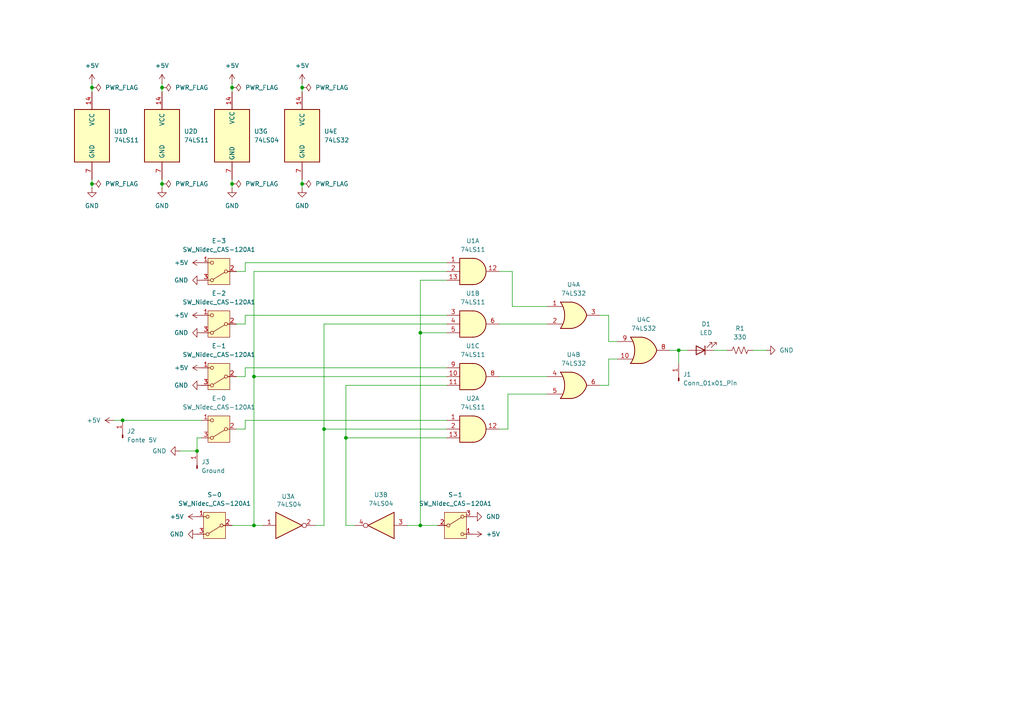
<source format=kicad_sch>
(kicad_sch
	(version 20250114)
	(generator "eeschema")
	(generator_version "9.0")
	(uuid "4e98cd65-5374-4f62-bfa9-1a3a9a45e0df")
	(paper "A4")
	(title_block
		(title "Multiplexador 4x1")
		(date "2025-10-29")
	)
	(lib_symbols
		(symbol "74xx:74LS04"
			(exclude_from_sim no)
			(in_bom yes)
			(on_board yes)
			(property "Reference" "U"
				(at 0 1.27 0)
				(effects
					(font
						(size 1.27 1.27)
					)
				)
			)
			(property "Value" "74LS04"
				(at 0 -1.27 0)
				(effects
					(font
						(size 1.27 1.27)
					)
				)
			)
			(property "Footprint" ""
				(at 0 0 0)
				(effects
					(font
						(size 1.27 1.27)
					)
					(hide yes)
				)
			)
			(property "Datasheet" "http://www.ti.com/lit/gpn/sn74LS04"
				(at 0 0 0)
				(effects
					(font
						(size 1.27 1.27)
					)
					(hide yes)
				)
			)
			(property "Description" "Hex Inverter"
				(at 0 0 0)
				(effects
					(font
						(size 1.27 1.27)
					)
					(hide yes)
				)
			)
			(property "ki_locked" ""
				(at 0 0 0)
				(effects
					(font
						(size 1.27 1.27)
					)
				)
			)
			(property "ki_keywords" "TTL not inv"
				(at 0 0 0)
				(effects
					(font
						(size 1.27 1.27)
					)
					(hide yes)
				)
			)
			(property "ki_fp_filters" "DIP*W7.62mm* SSOP?14* TSSOP?14*"
				(at 0 0 0)
				(effects
					(font
						(size 1.27 1.27)
					)
					(hide yes)
				)
			)
			(symbol "74LS04_1_0"
				(polyline
					(pts
						(xy -3.81 3.81) (xy -3.81 -3.81) (xy 3.81 0) (xy -3.81 3.81)
					)
					(stroke
						(width 0.254)
						(type default)
					)
					(fill
						(type background)
					)
				)
				(pin input line
					(at -7.62 0 0)
					(length 3.81)
					(name "~"
						(effects
							(font
								(size 1.27 1.27)
							)
						)
					)
					(number "1"
						(effects
							(font
								(size 1.27 1.27)
							)
						)
					)
				)
				(pin output inverted
					(at 7.62 0 180)
					(length 3.81)
					(name "~"
						(effects
							(font
								(size 1.27 1.27)
							)
						)
					)
					(number "2"
						(effects
							(font
								(size 1.27 1.27)
							)
						)
					)
				)
			)
			(symbol "74LS04_2_0"
				(polyline
					(pts
						(xy -3.81 3.81) (xy -3.81 -3.81) (xy 3.81 0) (xy -3.81 3.81)
					)
					(stroke
						(width 0.254)
						(type default)
					)
					(fill
						(type background)
					)
				)
				(pin input line
					(at -7.62 0 0)
					(length 3.81)
					(name "~"
						(effects
							(font
								(size 1.27 1.27)
							)
						)
					)
					(number "3"
						(effects
							(font
								(size 1.27 1.27)
							)
						)
					)
				)
				(pin output inverted
					(at 7.62 0 180)
					(length 3.81)
					(name "~"
						(effects
							(font
								(size 1.27 1.27)
							)
						)
					)
					(number "4"
						(effects
							(font
								(size 1.27 1.27)
							)
						)
					)
				)
			)
			(symbol "74LS04_3_0"
				(polyline
					(pts
						(xy -3.81 3.81) (xy -3.81 -3.81) (xy 3.81 0) (xy -3.81 3.81)
					)
					(stroke
						(width 0.254)
						(type default)
					)
					(fill
						(type background)
					)
				)
				(pin input line
					(at -7.62 0 0)
					(length 3.81)
					(name "~"
						(effects
							(font
								(size 1.27 1.27)
							)
						)
					)
					(number "5"
						(effects
							(font
								(size 1.27 1.27)
							)
						)
					)
				)
				(pin output inverted
					(at 7.62 0 180)
					(length 3.81)
					(name "~"
						(effects
							(font
								(size 1.27 1.27)
							)
						)
					)
					(number "6"
						(effects
							(font
								(size 1.27 1.27)
							)
						)
					)
				)
			)
			(symbol "74LS04_4_0"
				(polyline
					(pts
						(xy -3.81 3.81) (xy -3.81 -3.81) (xy 3.81 0) (xy -3.81 3.81)
					)
					(stroke
						(width 0.254)
						(type default)
					)
					(fill
						(type background)
					)
				)
				(pin input line
					(at -7.62 0 0)
					(length 3.81)
					(name "~"
						(effects
							(font
								(size 1.27 1.27)
							)
						)
					)
					(number "9"
						(effects
							(font
								(size 1.27 1.27)
							)
						)
					)
				)
				(pin output inverted
					(at 7.62 0 180)
					(length 3.81)
					(name "~"
						(effects
							(font
								(size 1.27 1.27)
							)
						)
					)
					(number "8"
						(effects
							(font
								(size 1.27 1.27)
							)
						)
					)
				)
			)
			(symbol "74LS04_5_0"
				(polyline
					(pts
						(xy -3.81 3.81) (xy -3.81 -3.81) (xy 3.81 0) (xy -3.81 3.81)
					)
					(stroke
						(width 0.254)
						(type default)
					)
					(fill
						(type background)
					)
				)
				(pin input line
					(at -7.62 0 0)
					(length 3.81)
					(name "~"
						(effects
							(font
								(size 1.27 1.27)
							)
						)
					)
					(number "11"
						(effects
							(font
								(size 1.27 1.27)
							)
						)
					)
				)
				(pin output inverted
					(at 7.62 0 180)
					(length 3.81)
					(name "~"
						(effects
							(font
								(size 1.27 1.27)
							)
						)
					)
					(number "10"
						(effects
							(font
								(size 1.27 1.27)
							)
						)
					)
				)
			)
			(symbol "74LS04_6_0"
				(polyline
					(pts
						(xy -3.81 3.81) (xy -3.81 -3.81) (xy 3.81 0) (xy -3.81 3.81)
					)
					(stroke
						(width 0.254)
						(type default)
					)
					(fill
						(type background)
					)
				)
				(pin input line
					(at -7.62 0 0)
					(length 3.81)
					(name "~"
						(effects
							(font
								(size 1.27 1.27)
							)
						)
					)
					(number "13"
						(effects
							(font
								(size 1.27 1.27)
							)
						)
					)
				)
				(pin output inverted
					(at 7.62 0 180)
					(length 3.81)
					(name "~"
						(effects
							(font
								(size 1.27 1.27)
							)
						)
					)
					(number "12"
						(effects
							(font
								(size 1.27 1.27)
							)
						)
					)
				)
			)
			(symbol "74LS04_7_0"
				(pin power_in line
					(at 0 12.7 270)
					(length 5.08)
					(name "VCC"
						(effects
							(font
								(size 1.27 1.27)
							)
						)
					)
					(number "14"
						(effects
							(font
								(size 1.27 1.27)
							)
						)
					)
				)
				(pin power_in line
					(at 0 -12.7 90)
					(length 5.08)
					(name "GND"
						(effects
							(font
								(size 1.27 1.27)
							)
						)
					)
					(number "7"
						(effects
							(font
								(size 1.27 1.27)
							)
						)
					)
				)
			)
			(symbol "74LS04_7_1"
				(rectangle
					(start -5.08 7.62)
					(end 5.08 -7.62)
					(stroke
						(width 0.254)
						(type default)
					)
					(fill
						(type background)
					)
				)
			)
			(embedded_fonts no)
		)
		(symbol "74xx:74LS11"
			(pin_names
				(offset 1.016)
			)
			(exclude_from_sim no)
			(in_bom yes)
			(on_board yes)
			(property "Reference" "U"
				(at 0 1.27 0)
				(effects
					(font
						(size 1.27 1.27)
					)
				)
			)
			(property "Value" "74LS11"
				(at 0 -1.27 0)
				(effects
					(font
						(size 1.27 1.27)
					)
				)
			)
			(property "Footprint" ""
				(at 0 0 0)
				(effects
					(font
						(size 1.27 1.27)
					)
					(hide yes)
				)
			)
			(property "Datasheet" "http://www.ti.com/lit/gpn/sn74LS11"
				(at 0 0 0)
				(effects
					(font
						(size 1.27 1.27)
					)
					(hide yes)
				)
			)
			(property "Description" "Triple 3-input AND"
				(at 0 0 0)
				(effects
					(font
						(size 1.27 1.27)
					)
					(hide yes)
				)
			)
			(property "ki_locked" ""
				(at 0 0 0)
				(effects
					(font
						(size 1.27 1.27)
					)
				)
			)
			(property "ki_keywords" "TTL And3"
				(at 0 0 0)
				(effects
					(font
						(size 1.27 1.27)
					)
					(hide yes)
				)
			)
			(property "ki_fp_filters" "DIP*W7.62mm*"
				(at 0 0 0)
				(effects
					(font
						(size 1.27 1.27)
					)
					(hide yes)
				)
			)
			(symbol "74LS11_1_1"
				(arc
					(start 0 3.81)
					(mid 3.7934 0)
					(end 0 -3.81)
					(stroke
						(width 0.254)
						(type default)
					)
					(fill
						(type background)
					)
				)
				(polyline
					(pts
						(xy 0 3.81) (xy -3.81 3.81) (xy -3.81 -3.81) (xy 0 -3.81)
					)
					(stroke
						(width 0.254)
						(type default)
					)
					(fill
						(type background)
					)
				)
				(pin input line
					(at -7.62 2.54 0)
					(length 3.81)
					(name "~"
						(effects
							(font
								(size 1.27 1.27)
							)
						)
					)
					(number "1"
						(effects
							(font
								(size 1.27 1.27)
							)
						)
					)
				)
				(pin input line
					(at -7.62 0 0)
					(length 3.81)
					(name "~"
						(effects
							(font
								(size 1.27 1.27)
							)
						)
					)
					(number "2"
						(effects
							(font
								(size 1.27 1.27)
							)
						)
					)
				)
				(pin input line
					(at -7.62 -2.54 0)
					(length 3.81)
					(name "~"
						(effects
							(font
								(size 1.27 1.27)
							)
						)
					)
					(number "13"
						(effects
							(font
								(size 1.27 1.27)
							)
						)
					)
				)
				(pin output line
					(at 7.62 0 180)
					(length 3.81)
					(name "~"
						(effects
							(font
								(size 1.27 1.27)
							)
						)
					)
					(number "12"
						(effects
							(font
								(size 1.27 1.27)
							)
						)
					)
				)
			)
			(symbol "74LS11_1_2"
				(arc
					(start -3.81 3.81)
					(mid -2.589 0)
					(end -3.81 -3.81)
					(stroke
						(width 0.254)
						(type default)
					)
					(fill
						(type none)
					)
				)
				(polyline
					(pts
						(xy -3.81 3.81) (xy -0.635 3.81)
					)
					(stroke
						(width 0.254)
						(type default)
					)
					(fill
						(type background)
					)
				)
				(polyline
					(pts
						(xy -3.81 -3.81) (xy -0.635 -3.81)
					)
					(stroke
						(width 0.254)
						(type default)
					)
					(fill
						(type background)
					)
				)
				(arc
					(start 3.81 0)
					(mid 2.1855 -2.584)
					(end -0.6096 -3.81)
					(stroke
						(width 0.254)
						(type default)
					)
					(fill
						(type background)
					)
				)
				(arc
					(start -0.6096 3.81)
					(mid 2.1928 2.5924)
					(end 3.81 0)
					(stroke
						(width 0.254)
						(type default)
					)
					(fill
						(type background)
					)
				)
				(polyline
					(pts
						(xy -0.635 3.81) (xy -3.81 3.81) (xy -3.81 3.81) (xy -3.556 3.4036) (xy -3.0226 2.2606) (xy -2.6924 1.0414)
						(xy -2.6162 -0.254) (xy -2.7686 -1.4986) (xy -3.175 -2.7178) (xy -3.81 -3.81) (xy -3.81 -3.81)
						(xy -0.635 -3.81)
					)
					(stroke
						(width -25.4)
						(type default)
					)
					(fill
						(type background)
					)
				)
				(pin input inverted
					(at -7.62 2.54 0)
					(length 4.318)
					(name "~"
						(effects
							(font
								(size 1.27 1.27)
							)
						)
					)
					(number "1"
						(effects
							(font
								(size 1.27 1.27)
							)
						)
					)
				)
				(pin input inverted
					(at -7.62 0 0)
					(length 4.953)
					(name "~"
						(effects
							(font
								(size 1.27 1.27)
							)
						)
					)
					(number "2"
						(effects
							(font
								(size 1.27 1.27)
							)
						)
					)
				)
				(pin input inverted
					(at -7.62 -2.54 0)
					(length 4.318)
					(name "~"
						(effects
							(font
								(size 1.27 1.27)
							)
						)
					)
					(number "13"
						(effects
							(font
								(size 1.27 1.27)
							)
						)
					)
				)
				(pin output inverted
					(at 7.62 0 180)
					(length 3.81)
					(name "~"
						(effects
							(font
								(size 1.27 1.27)
							)
						)
					)
					(number "12"
						(effects
							(font
								(size 1.27 1.27)
							)
						)
					)
				)
			)
			(symbol "74LS11_2_1"
				(arc
					(start 0 3.81)
					(mid 3.7934 0)
					(end 0 -3.81)
					(stroke
						(width 0.254)
						(type default)
					)
					(fill
						(type background)
					)
				)
				(polyline
					(pts
						(xy 0 3.81) (xy -3.81 3.81) (xy -3.81 -3.81) (xy 0 -3.81)
					)
					(stroke
						(width 0.254)
						(type default)
					)
					(fill
						(type background)
					)
				)
				(pin input line
					(at -7.62 2.54 0)
					(length 3.81)
					(name "~"
						(effects
							(font
								(size 1.27 1.27)
							)
						)
					)
					(number "3"
						(effects
							(font
								(size 1.27 1.27)
							)
						)
					)
				)
				(pin input line
					(at -7.62 0 0)
					(length 3.81)
					(name "~"
						(effects
							(font
								(size 1.27 1.27)
							)
						)
					)
					(number "4"
						(effects
							(font
								(size 1.27 1.27)
							)
						)
					)
				)
				(pin input line
					(at -7.62 -2.54 0)
					(length 3.81)
					(name "~"
						(effects
							(font
								(size 1.27 1.27)
							)
						)
					)
					(number "5"
						(effects
							(font
								(size 1.27 1.27)
							)
						)
					)
				)
				(pin output line
					(at 7.62 0 180)
					(length 3.81)
					(name "~"
						(effects
							(font
								(size 1.27 1.27)
							)
						)
					)
					(number "6"
						(effects
							(font
								(size 1.27 1.27)
							)
						)
					)
				)
			)
			(symbol "74LS11_2_2"
				(arc
					(start -3.81 3.81)
					(mid -2.589 0)
					(end -3.81 -3.81)
					(stroke
						(width 0.254)
						(type default)
					)
					(fill
						(type none)
					)
				)
				(polyline
					(pts
						(xy -3.81 3.81) (xy -0.635 3.81)
					)
					(stroke
						(width 0.254)
						(type default)
					)
					(fill
						(type background)
					)
				)
				(polyline
					(pts
						(xy -3.81 -3.81) (xy -0.635 -3.81)
					)
					(stroke
						(width 0.254)
						(type default)
					)
					(fill
						(type background)
					)
				)
				(arc
					(start 3.81 0)
					(mid 2.1855 -2.584)
					(end -0.6096 -3.81)
					(stroke
						(width 0.254)
						(type default)
					)
					(fill
						(type background)
					)
				)
				(arc
					(start -0.6096 3.81)
					(mid 2.1928 2.5924)
					(end 3.81 0)
					(stroke
						(width 0.254)
						(type default)
					)
					(fill
						(type background)
					)
				)
				(polyline
					(pts
						(xy -0.635 3.81) (xy -3.81 3.81) (xy -3.81 3.81) (xy -3.556 3.4036) (xy -3.0226 2.2606) (xy -2.6924 1.0414)
						(xy -2.6162 -0.254) (xy -2.7686 -1.4986) (xy -3.175 -2.7178) (xy -3.81 -3.81) (xy -3.81 -3.81)
						(xy -0.635 -3.81)
					)
					(stroke
						(width -25.4)
						(type default)
					)
					(fill
						(type background)
					)
				)
				(pin input inverted
					(at -7.62 2.54 0)
					(length 4.318)
					(name "~"
						(effects
							(font
								(size 1.27 1.27)
							)
						)
					)
					(number "3"
						(effects
							(font
								(size 1.27 1.27)
							)
						)
					)
				)
				(pin input inverted
					(at -7.62 0 0)
					(length 4.953)
					(name "~"
						(effects
							(font
								(size 1.27 1.27)
							)
						)
					)
					(number "4"
						(effects
							(font
								(size 1.27 1.27)
							)
						)
					)
				)
				(pin input inverted
					(at -7.62 -2.54 0)
					(length 4.318)
					(name "~"
						(effects
							(font
								(size 1.27 1.27)
							)
						)
					)
					(number "5"
						(effects
							(font
								(size 1.27 1.27)
							)
						)
					)
				)
				(pin output inverted
					(at 7.62 0 180)
					(length 3.81)
					(name "~"
						(effects
							(font
								(size 1.27 1.27)
							)
						)
					)
					(number "6"
						(effects
							(font
								(size 1.27 1.27)
							)
						)
					)
				)
			)
			(symbol "74LS11_3_1"
				(arc
					(start 0 3.81)
					(mid 3.7934 0)
					(end 0 -3.81)
					(stroke
						(width 0.254)
						(type default)
					)
					(fill
						(type background)
					)
				)
				(polyline
					(pts
						(xy 0 3.81) (xy -3.81 3.81) (xy -3.81 -3.81) (xy 0 -3.81)
					)
					(stroke
						(width 0.254)
						(type default)
					)
					(fill
						(type background)
					)
				)
				(pin input line
					(at -7.62 2.54 0)
					(length 3.81)
					(name "~"
						(effects
							(font
								(size 1.27 1.27)
							)
						)
					)
					(number "9"
						(effects
							(font
								(size 1.27 1.27)
							)
						)
					)
				)
				(pin input line
					(at -7.62 0 0)
					(length 3.81)
					(name "~"
						(effects
							(font
								(size 1.27 1.27)
							)
						)
					)
					(number "10"
						(effects
							(font
								(size 1.27 1.27)
							)
						)
					)
				)
				(pin input line
					(at -7.62 -2.54 0)
					(length 3.81)
					(name "~"
						(effects
							(font
								(size 1.27 1.27)
							)
						)
					)
					(number "11"
						(effects
							(font
								(size 1.27 1.27)
							)
						)
					)
				)
				(pin output line
					(at 7.62 0 180)
					(length 3.81)
					(name "~"
						(effects
							(font
								(size 1.27 1.27)
							)
						)
					)
					(number "8"
						(effects
							(font
								(size 1.27 1.27)
							)
						)
					)
				)
			)
			(symbol "74LS11_3_2"
				(arc
					(start -3.81 3.81)
					(mid -2.589 0)
					(end -3.81 -3.81)
					(stroke
						(width 0.254)
						(type default)
					)
					(fill
						(type none)
					)
				)
				(polyline
					(pts
						(xy -3.81 3.81) (xy -0.635 3.81)
					)
					(stroke
						(width 0.254)
						(type default)
					)
					(fill
						(type background)
					)
				)
				(polyline
					(pts
						(xy -3.81 -3.81) (xy -0.635 -3.81)
					)
					(stroke
						(width 0.254)
						(type default)
					)
					(fill
						(type background)
					)
				)
				(arc
					(start 3.81 0)
					(mid 2.1855 -2.584)
					(end -0.6096 -3.81)
					(stroke
						(width 0.254)
						(type default)
					)
					(fill
						(type background)
					)
				)
				(arc
					(start -0.6096 3.81)
					(mid 2.1928 2.5924)
					(end 3.81 0)
					(stroke
						(width 0.254)
						(type default)
					)
					(fill
						(type background)
					)
				)
				(polyline
					(pts
						(xy -0.635 3.81) (xy -3.81 3.81) (xy -3.81 3.81) (xy -3.556 3.4036) (xy -3.0226 2.2606) (xy -2.6924 1.0414)
						(xy -2.6162 -0.254) (xy -2.7686 -1.4986) (xy -3.175 -2.7178) (xy -3.81 -3.81) (xy -3.81 -3.81)
						(xy -0.635 -3.81)
					)
					(stroke
						(width -25.4)
						(type default)
					)
					(fill
						(type background)
					)
				)
				(pin input inverted
					(at -7.62 2.54 0)
					(length 4.318)
					(name "~"
						(effects
							(font
								(size 1.27 1.27)
							)
						)
					)
					(number "9"
						(effects
							(font
								(size 1.27 1.27)
							)
						)
					)
				)
				(pin input inverted
					(at -7.62 0 0)
					(length 4.953)
					(name "~"
						(effects
							(font
								(size 1.27 1.27)
							)
						)
					)
					(number "10"
						(effects
							(font
								(size 1.27 1.27)
							)
						)
					)
				)
				(pin input inverted
					(at -7.62 -2.54 0)
					(length 4.318)
					(name "~"
						(effects
							(font
								(size 1.27 1.27)
							)
						)
					)
					(number "11"
						(effects
							(font
								(size 1.27 1.27)
							)
						)
					)
				)
				(pin output inverted
					(at 7.62 0 180)
					(length 3.81)
					(name "~"
						(effects
							(font
								(size 1.27 1.27)
							)
						)
					)
					(number "8"
						(effects
							(font
								(size 1.27 1.27)
							)
						)
					)
				)
			)
			(symbol "74LS11_4_0"
				(pin power_in line
					(at 0 12.7 270)
					(length 5.08)
					(name "VCC"
						(effects
							(font
								(size 1.27 1.27)
							)
						)
					)
					(number "14"
						(effects
							(font
								(size 1.27 1.27)
							)
						)
					)
				)
				(pin power_in line
					(at 0 -12.7 90)
					(length 5.08)
					(name "GND"
						(effects
							(font
								(size 1.27 1.27)
							)
						)
					)
					(number "7"
						(effects
							(font
								(size 1.27 1.27)
							)
						)
					)
				)
			)
			(symbol "74LS11_4_1"
				(rectangle
					(start -5.08 7.62)
					(end 5.08 -7.62)
					(stroke
						(width 0.254)
						(type default)
					)
					(fill
						(type background)
					)
				)
			)
			(embedded_fonts no)
		)
		(symbol "74xx:74LS32"
			(pin_names
				(offset 1.016)
			)
			(exclude_from_sim no)
			(in_bom yes)
			(on_board yes)
			(property "Reference" "U"
				(at 0 1.27 0)
				(effects
					(font
						(size 1.27 1.27)
					)
				)
			)
			(property "Value" "74LS32"
				(at 0 -1.27 0)
				(effects
					(font
						(size 1.27 1.27)
					)
				)
			)
			(property "Footprint" ""
				(at 0 0 0)
				(effects
					(font
						(size 1.27 1.27)
					)
					(hide yes)
				)
			)
			(property "Datasheet" "http://www.ti.com/lit/gpn/sn74LS32"
				(at 0 0 0)
				(effects
					(font
						(size 1.27 1.27)
					)
					(hide yes)
				)
			)
			(property "Description" "Quad 2-input OR"
				(at 0 0 0)
				(effects
					(font
						(size 1.27 1.27)
					)
					(hide yes)
				)
			)
			(property "ki_locked" ""
				(at 0 0 0)
				(effects
					(font
						(size 1.27 1.27)
					)
				)
			)
			(property "ki_keywords" "TTL Or2"
				(at 0 0 0)
				(effects
					(font
						(size 1.27 1.27)
					)
					(hide yes)
				)
			)
			(property "ki_fp_filters" "DIP?14*"
				(at 0 0 0)
				(effects
					(font
						(size 1.27 1.27)
					)
					(hide yes)
				)
			)
			(symbol "74LS32_1_1"
				(arc
					(start -3.81 3.81)
					(mid -2.589 0)
					(end -3.81 -3.81)
					(stroke
						(width 0.254)
						(type default)
					)
					(fill
						(type none)
					)
				)
				(polyline
					(pts
						(xy -3.81 3.81) (xy -0.635 3.81)
					)
					(stroke
						(width 0.254)
						(type default)
					)
					(fill
						(type background)
					)
				)
				(polyline
					(pts
						(xy -3.81 -3.81) (xy -0.635 -3.81)
					)
					(stroke
						(width 0.254)
						(type default)
					)
					(fill
						(type background)
					)
				)
				(arc
					(start 3.81 0)
					(mid 2.1855 -2.584)
					(end -0.6096 -3.81)
					(stroke
						(width 0.254)
						(type default)
					)
					(fill
						(type background)
					)
				)
				(arc
					(start -0.6096 3.81)
					(mid 2.1928 2.5924)
					(end 3.81 0)
					(stroke
						(width 0.254)
						(type default)
					)
					(fill
						(type background)
					)
				)
				(polyline
					(pts
						(xy -0.635 3.81) (xy -3.81 3.81) (xy -3.81 3.81) (xy -3.556 3.4036) (xy -3.0226 2.2606) (xy -2.6924 1.0414)
						(xy -2.6162 -0.254) (xy -2.7686 -1.4986) (xy -3.175 -2.7178) (xy -3.81 -3.81) (xy -3.81 -3.81)
						(xy -0.635 -3.81)
					)
					(stroke
						(width -25.4)
						(type default)
					)
					(fill
						(type background)
					)
				)
				(pin input line
					(at -7.62 2.54 0)
					(length 4.318)
					(name "~"
						(effects
							(font
								(size 1.27 1.27)
							)
						)
					)
					(number "1"
						(effects
							(font
								(size 1.27 1.27)
							)
						)
					)
				)
				(pin input line
					(at -7.62 -2.54 0)
					(length 4.318)
					(name "~"
						(effects
							(font
								(size 1.27 1.27)
							)
						)
					)
					(number "2"
						(effects
							(font
								(size 1.27 1.27)
							)
						)
					)
				)
				(pin output line
					(at 7.62 0 180)
					(length 3.81)
					(name "~"
						(effects
							(font
								(size 1.27 1.27)
							)
						)
					)
					(number "3"
						(effects
							(font
								(size 1.27 1.27)
							)
						)
					)
				)
			)
			(symbol "74LS32_1_2"
				(arc
					(start 0 3.81)
					(mid 3.7934 0)
					(end 0 -3.81)
					(stroke
						(width 0.254)
						(type default)
					)
					(fill
						(type background)
					)
				)
				(polyline
					(pts
						(xy 0 3.81) (xy -3.81 3.81) (xy -3.81 -3.81) (xy 0 -3.81)
					)
					(stroke
						(width 0.254)
						(type default)
					)
					(fill
						(type background)
					)
				)
				(pin input inverted
					(at -7.62 2.54 0)
					(length 3.81)
					(name "~"
						(effects
							(font
								(size 1.27 1.27)
							)
						)
					)
					(number "1"
						(effects
							(font
								(size 1.27 1.27)
							)
						)
					)
				)
				(pin input inverted
					(at -7.62 -2.54 0)
					(length 3.81)
					(name "~"
						(effects
							(font
								(size 1.27 1.27)
							)
						)
					)
					(number "2"
						(effects
							(font
								(size 1.27 1.27)
							)
						)
					)
				)
				(pin output inverted
					(at 7.62 0 180)
					(length 3.81)
					(name "~"
						(effects
							(font
								(size 1.27 1.27)
							)
						)
					)
					(number "3"
						(effects
							(font
								(size 1.27 1.27)
							)
						)
					)
				)
			)
			(symbol "74LS32_2_1"
				(arc
					(start -3.81 3.81)
					(mid -2.589 0)
					(end -3.81 -3.81)
					(stroke
						(width 0.254)
						(type default)
					)
					(fill
						(type none)
					)
				)
				(polyline
					(pts
						(xy -3.81 3.81) (xy -0.635 3.81)
					)
					(stroke
						(width 0.254)
						(type default)
					)
					(fill
						(type background)
					)
				)
				(polyline
					(pts
						(xy -3.81 -3.81) (xy -0.635 -3.81)
					)
					(stroke
						(width 0.254)
						(type default)
					)
					(fill
						(type background)
					)
				)
				(arc
					(start 3.81 0)
					(mid 2.1855 -2.584)
					(end -0.6096 -3.81)
					(stroke
						(width 0.254)
						(type default)
					)
					(fill
						(type background)
					)
				)
				(arc
					(start -0.6096 3.81)
					(mid 2.1928 2.5924)
					(end 3.81 0)
					(stroke
						(width 0.254)
						(type default)
					)
					(fill
						(type background)
					)
				)
				(polyline
					(pts
						(xy -0.635 3.81) (xy -3.81 3.81) (xy -3.81 3.81) (xy -3.556 3.4036) (xy -3.0226 2.2606) (xy -2.6924 1.0414)
						(xy -2.6162 -0.254) (xy -2.7686 -1.4986) (xy -3.175 -2.7178) (xy -3.81 -3.81) (xy -3.81 -3.81)
						(xy -0.635 -3.81)
					)
					(stroke
						(width -25.4)
						(type default)
					)
					(fill
						(type background)
					)
				)
				(pin input line
					(at -7.62 2.54 0)
					(length 4.318)
					(name "~"
						(effects
							(font
								(size 1.27 1.27)
							)
						)
					)
					(number "4"
						(effects
							(font
								(size 1.27 1.27)
							)
						)
					)
				)
				(pin input line
					(at -7.62 -2.54 0)
					(length 4.318)
					(name "~"
						(effects
							(font
								(size 1.27 1.27)
							)
						)
					)
					(number "5"
						(effects
							(font
								(size 1.27 1.27)
							)
						)
					)
				)
				(pin output line
					(at 7.62 0 180)
					(length 3.81)
					(name "~"
						(effects
							(font
								(size 1.27 1.27)
							)
						)
					)
					(number "6"
						(effects
							(font
								(size 1.27 1.27)
							)
						)
					)
				)
			)
			(symbol "74LS32_2_2"
				(arc
					(start 0 3.81)
					(mid 3.7934 0)
					(end 0 -3.81)
					(stroke
						(width 0.254)
						(type default)
					)
					(fill
						(type background)
					)
				)
				(polyline
					(pts
						(xy 0 3.81) (xy -3.81 3.81) (xy -3.81 -3.81) (xy 0 -3.81)
					)
					(stroke
						(width 0.254)
						(type default)
					)
					(fill
						(type background)
					)
				)
				(pin input inverted
					(at -7.62 2.54 0)
					(length 3.81)
					(name "~"
						(effects
							(font
								(size 1.27 1.27)
							)
						)
					)
					(number "4"
						(effects
							(font
								(size 1.27 1.27)
							)
						)
					)
				)
				(pin input inverted
					(at -7.62 -2.54 0)
					(length 3.81)
					(name "~"
						(effects
							(font
								(size 1.27 1.27)
							)
						)
					)
					(number "5"
						(effects
							(font
								(size 1.27 1.27)
							)
						)
					)
				)
				(pin output inverted
					(at 7.62 0 180)
					(length 3.81)
					(name "~"
						(effects
							(font
								(size 1.27 1.27)
							)
						)
					)
					(number "6"
						(effects
							(font
								(size 1.27 1.27)
							)
						)
					)
				)
			)
			(symbol "74LS32_3_1"
				(arc
					(start -3.81 3.81)
					(mid -2.589 0)
					(end -3.81 -3.81)
					(stroke
						(width 0.254)
						(type default)
					)
					(fill
						(type none)
					)
				)
				(polyline
					(pts
						(xy -3.81 3.81) (xy -0.635 3.81)
					)
					(stroke
						(width 0.254)
						(type default)
					)
					(fill
						(type background)
					)
				)
				(polyline
					(pts
						(xy -3.81 -3.81) (xy -0.635 -3.81)
					)
					(stroke
						(width 0.254)
						(type default)
					)
					(fill
						(type background)
					)
				)
				(arc
					(start 3.81 0)
					(mid 2.1855 -2.584)
					(end -0.6096 -3.81)
					(stroke
						(width 0.254)
						(type default)
					)
					(fill
						(type background)
					)
				)
				(arc
					(start -0.6096 3.81)
					(mid 2.1928 2.5924)
					(end 3.81 0)
					(stroke
						(width 0.254)
						(type default)
					)
					(fill
						(type background)
					)
				)
				(polyline
					(pts
						(xy -0.635 3.81) (xy -3.81 3.81) (xy -3.81 3.81) (xy -3.556 3.4036) (xy -3.0226 2.2606) (xy -2.6924 1.0414)
						(xy -2.6162 -0.254) (xy -2.7686 -1.4986) (xy -3.175 -2.7178) (xy -3.81 -3.81) (xy -3.81 -3.81)
						(xy -0.635 -3.81)
					)
					(stroke
						(width -25.4)
						(type default)
					)
					(fill
						(type background)
					)
				)
				(pin input line
					(at -7.62 2.54 0)
					(length 4.318)
					(name "~"
						(effects
							(font
								(size 1.27 1.27)
							)
						)
					)
					(number "9"
						(effects
							(font
								(size 1.27 1.27)
							)
						)
					)
				)
				(pin input line
					(at -7.62 -2.54 0)
					(length 4.318)
					(name "~"
						(effects
							(font
								(size 1.27 1.27)
							)
						)
					)
					(number "10"
						(effects
							(font
								(size 1.27 1.27)
							)
						)
					)
				)
				(pin output line
					(at 7.62 0 180)
					(length 3.81)
					(name "~"
						(effects
							(font
								(size 1.27 1.27)
							)
						)
					)
					(number "8"
						(effects
							(font
								(size 1.27 1.27)
							)
						)
					)
				)
			)
			(symbol "74LS32_3_2"
				(arc
					(start 0 3.81)
					(mid 3.7934 0)
					(end 0 -3.81)
					(stroke
						(width 0.254)
						(type default)
					)
					(fill
						(type background)
					)
				)
				(polyline
					(pts
						(xy 0 3.81) (xy -3.81 3.81) (xy -3.81 -3.81) (xy 0 -3.81)
					)
					(stroke
						(width 0.254)
						(type default)
					)
					(fill
						(type background)
					)
				)
				(pin input inverted
					(at -7.62 2.54 0)
					(length 3.81)
					(name "~"
						(effects
							(font
								(size 1.27 1.27)
							)
						)
					)
					(number "9"
						(effects
							(font
								(size 1.27 1.27)
							)
						)
					)
				)
				(pin input inverted
					(at -7.62 -2.54 0)
					(length 3.81)
					(name "~"
						(effects
							(font
								(size 1.27 1.27)
							)
						)
					)
					(number "10"
						(effects
							(font
								(size 1.27 1.27)
							)
						)
					)
				)
				(pin output inverted
					(at 7.62 0 180)
					(length 3.81)
					(name "~"
						(effects
							(font
								(size 1.27 1.27)
							)
						)
					)
					(number "8"
						(effects
							(font
								(size 1.27 1.27)
							)
						)
					)
				)
			)
			(symbol "74LS32_4_1"
				(arc
					(start -3.81 3.81)
					(mid -2.589 0)
					(end -3.81 -3.81)
					(stroke
						(width 0.254)
						(type default)
					)
					(fill
						(type none)
					)
				)
				(polyline
					(pts
						(xy -3.81 3.81) (xy -0.635 3.81)
					)
					(stroke
						(width 0.254)
						(type default)
					)
					(fill
						(type background)
					)
				)
				(polyline
					(pts
						(xy -3.81 -3.81) (xy -0.635 -3.81)
					)
					(stroke
						(width 0.254)
						(type default)
					)
					(fill
						(type background)
					)
				)
				(arc
					(start 3.81 0)
					(mid 2.1855 -2.584)
					(end -0.6096 -3.81)
					(stroke
						(width 0.254)
						(type default)
					)
					(fill
						(type background)
					)
				)
				(arc
					(start -0.6096 3.81)
					(mid 2.1928 2.5924)
					(end 3.81 0)
					(stroke
						(width 0.254)
						(type default)
					)
					(fill
						(type background)
					)
				)
				(polyline
					(pts
						(xy -0.635 3.81) (xy -3.81 3.81) (xy -3.81 3.81) (xy -3.556 3.4036) (xy -3.0226 2.2606) (xy -2.6924 1.0414)
						(xy -2.6162 -0.254) (xy -2.7686 -1.4986) (xy -3.175 -2.7178) (xy -3.81 -3.81) (xy -3.81 -3.81)
						(xy -0.635 -3.81)
					)
					(stroke
						(width -25.4)
						(type default)
					)
					(fill
						(type background)
					)
				)
				(pin input line
					(at -7.62 2.54 0)
					(length 4.318)
					(name "~"
						(effects
							(font
								(size 1.27 1.27)
							)
						)
					)
					(number "12"
						(effects
							(font
								(size 1.27 1.27)
							)
						)
					)
				)
				(pin input line
					(at -7.62 -2.54 0)
					(length 4.318)
					(name "~"
						(effects
							(font
								(size 1.27 1.27)
							)
						)
					)
					(number "13"
						(effects
							(font
								(size 1.27 1.27)
							)
						)
					)
				)
				(pin output line
					(at 7.62 0 180)
					(length 3.81)
					(name "~"
						(effects
							(font
								(size 1.27 1.27)
							)
						)
					)
					(number "11"
						(effects
							(font
								(size 1.27 1.27)
							)
						)
					)
				)
			)
			(symbol "74LS32_4_2"
				(arc
					(start 0 3.81)
					(mid 3.7934 0)
					(end 0 -3.81)
					(stroke
						(width 0.254)
						(type default)
					)
					(fill
						(type background)
					)
				)
				(polyline
					(pts
						(xy 0 3.81) (xy -3.81 3.81) (xy -3.81 -3.81) (xy 0 -3.81)
					)
					(stroke
						(width 0.254)
						(type default)
					)
					(fill
						(type background)
					)
				)
				(pin input inverted
					(at -7.62 2.54 0)
					(length 3.81)
					(name "~"
						(effects
							(font
								(size 1.27 1.27)
							)
						)
					)
					(number "12"
						(effects
							(font
								(size 1.27 1.27)
							)
						)
					)
				)
				(pin input inverted
					(at -7.62 -2.54 0)
					(length 3.81)
					(name "~"
						(effects
							(font
								(size 1.27 1.27)
							)
						)
					)
					(number "13"
						(effects
							(font
								(size 1.27 1.27)
							)
						)
					)
				)
				(pin output inverted
					(at 7.62 0 180)
					(length 3.81)
					(name "~"
						(effects
							(font
								(size 1.27 1.27)
							)
						)
					)
					(number "11"
						(effects
							(font
								(size 1.27 1.27)
							)
						)
					)
				)
			)
			(symbol "74LS32_5_0"
				(pin power_in line
					(at 0 12.7 270)
					(length 5.08)
					(name "VCC"
						(effects
							(font
								(size 1.27 1.27)
							)
						)
					)
					(number "14"
						(effects
							(font
								(size 1.27 1.27)
							)
						)
					)
				)
				(pin power_in line
					(at 0 -12.7 90)
					(length 5.08)
					(name "GND"
						(effects
							(font
								(size 1.27 1.27)
							)
						)
					)
					(number "7"
						(effects
							(font
								(size 1.27 1.27)
							)
						)
					)
				)
			)
			(symbol "74LS32_5_1"
				(rectangle
					(start -5.08 7.62)
					(end 5.08 -7.62)
					(stroke
						(width 0.254)
						(type default)
					)
					(fill
						(type background)
					)
				)
			)
			(embedded_fonts no)
		)
		(symbol "Connector:Conn_01x01_Pin"
			(pin_names
				(offset 1.016)
				(hide yes)
			)
			(exclude_from_sim no)
			(in_bom yes)
			(on_board yes)
			(property "Reference" "J"
				(at 0 2.54 0)
				(effects
					(font
						(size 1.27 1.27)
					)
				)
			)
			(property "Value" "Conn_01x01_Pin"
				(at 0 -2.54 0)
				(effects
					(font
						(size 1.27 1.27)
					)
				)
			)
			(property "Footprint" ""
				(at 0 0 0)
				(effects
					(font
						(size 1.27 1.27)
					)
					(hide yes)
				)
			)
			(property "Datasheet" "~"
				(at 0 0 0)
				(effects
					(font
						(size 1.27 1.27)
					)
					(hide yes)
				)
			)
			(property "Description" "Generic connector, single row, 01x01, script generated"
				(at 0 0 0)
				(effects
					(font
						(size 1.27 1.27)
					)
					(hide yes)
				)
			)
			(property "ki_locked" ""
				(at 0 0 0)
				(effects
					(font
						(size 1.27 1.27)
					)
				)
			)
			(property "ki_keywords" "connector"
				(at 0 0 0)
				(effects
					(font
						(size 1.27 1.27)
					)
					(hide yes)
				)
			)
			(property "ki_fp_filters" "Connector*:*_1x??_*"
				(at 0 0 0)
				(effects
					(font
						(size 1.27 1.27)
					)
					(hide yes)
				)
			)
			(symbol "Conn_01x01_Pin_1_1"
				(rectangle
					(start 0.8636 0.127)
					(end 0 -0.127)
					(stroke
						(width 0.1524)
						(type default)
					)
					(fill
						(type outline)
					)
				)
				(polyline
					(pts
						(xy 1.27 0) (xy 0.8636 0)
					)
					(stroke
						(width 0.1524)
						(type default)
					)
					(fill
						(type none)
					)
				)
				(pin passive line
					(at 5.08 0 180)
					(length 3.81)
					(name "Pin_1"
						(effects
							(font
								(size 1.27 1.27)
							)
						)
					)
					(number "1"
						(effects
							(font
								(size 1.27 1.27)
							)
						)
					)
				)
			)
			(embedded_fonts no)
		)
		(symbol "Device:LED"
			(pin_numbers
				(hide yes)
			)
			(pin_names
				(offset 1.016)
				(hide yes)
			)
			(exclude_from_sim no)
			(in_bom yes)
			(on_board yes)
			(property "Reference" "D"
				(at 0 2.54 0)
				(effects
					(font
						(size 1.27 1.27)
					)
				)
			)
			(property "Value" "LED"
				(at 0 -2.54 0)
				(effects
					(font
						(size 1.27 1.27)
					)
				)
			)
			(property "Footprint" ""
				(at 0 0 0)
				(effects
					(font
						(size 1.27 1.27)
					)
					(hide yes)
				)
			)
			(property "Datasheet" "~"
				(at 0 0 0)
				(effects
					(font
						(size 1.27 1.27)
					)
					(hide yes)
				)
			)
			(property "Description" "Light emitting diode"
				(at 0 0 0)
				(effects
					(font
						(size 1.27 1.27)
					)
					(hide yes)
				)
			)
			(property "Sim.Pins" "1=K 2=A"
				(at 0 0 0)
				(effects
					(font
						(size 1.27 1.27)
					)
					(hide yes)
				)
			)
			(property "ki_keywords" "LED diode"
				(at 0 0 0)
				(effects
					(font
						(size 1.27 1.27)
					)
					(hide yes)
				)
			)
			(property "ki_fp_filters" "LED* LED_SMD:* LED_THT:*"
				(at 0 0 0)
				(effects
					(font
						(size 1.27 1.27)
					)
					(hide yes)
				)
			)
			(symbol "LED_0_1"
				(polyline
					(pts
						(xy -3.048 -0.762) (xy -4.572 -2.286) (xy -3.81 -2.286) (xy -4.572 -2.286) (xy -4.572 -1.524)
					)
					(stroke
						(width 0)
						(type default)
					)
					(fill
						(type none)
					)
				)
				(polyline
					(pts
						(xy -1.778 -0.762) (xy -3.302 -2.286) (xy -2.54 -2.286) (xy -3.302 -2.286) (xy -3.302 -1.524)
					)
					(stroke
						(width 0)
						(type default)
					)
					(fill
						(type none)
					)
				)
				(polyline
					(pts
						(xy -1.27 0) (xy 1.27 0)
					)
					(stroke
						(width 0)
						(type default)
					)
					(fill
						(type none)
					)
				)
				(polyline
					(pts
						(xy -1.27 -1.27) (xy -1.27 1.27)
					)
					(stroke
						(width 0.254)
						(type default)
					)
					(fill
						(type none)
					)
				)
				(polyline
					(pts
						(xy 1.27 -1.27) (xy 1.27 1.27) (xy -1.27 0) (xy 1.27 -1.27)
					)
					(stroke
						(width 0.254)
						(type default)
					)
					(fill
						(type none)
					)
				)
			)
			(symbol "LED_1_1"
				(pin passive line
					(at -3.81 0 0)
					(length 2.54)
					(name "K"
						(effects
							(font
								(size 1.27 1.27)
							)
						)
					)
					(number "1"
						(effects
							(font
								(size 1.27 1.27)
							)
						)
					)
				)
				(pin passive line
					(at 3.81 0 180)
					(length 2.54)
					(name "A"
						(effects
							(font
								(size 1.27 1.27)
							)
						)
					)
					(number "2"
						(effects
							(font
								(size 1.27 1.27)
							)
						)
					)
				)
			)
			(embedded_fonts no)
		)
		(symbol "Device:R_US"
			(pin_numbers
				(hide yes)
			)
			(pin_names
				(offset 0)
			)
			(exclude_from_sim no)
			(in_bom yes)
			(on_board yes)
			(property "Reference" "R"
				(at 2.54 0 90)
				(effects
					(font
						(size 1.27 1.27)
					)
				)
			)
			(property "Value" "R_US"
				(at -2.54 0 90)
				(effects
					(font
						(size 1.27 1.27)
					)
				)
			)
			(property "Footprint" ""
				(at 1.016 -0.254 90)
				(effects
					(font
						(size 1.27 1.27)
					)
					(hide yes)
				)
			)
			(property "Datasheet" "~"
				(at 0 0 0)
				(effects
					(font
						(size 1.27 1.27)
					)
					(hide yes)
				)
			)
			(property "Description" "Resistor, US symbol"
				(at 0 0 0)
				(effects
					(font
						(size 1.27 1.27)
					)
					(hide yes)
				)
			)
			(property "ki_keywords" "R res resistor"
				(at 0 0 0)
				(effects
					(font
						(size 1.27 1.27)
					)
					(hide yes)
				)
			)
			(property "ki_fp_filters" "R_*"
				(at 0 0 0)
				(effects
					(font
						(size 1.27 1.27)
					)
					(hide yes)
				)
			)
			(symbol "R_US_0_1"
				(polyline
					(pts
						(xy 0 2.286) (xy 0 2.54)
					)
					(stroke
						(width 0)
						(type default)
					)
					(fill
						(type none)
					)
				)
				(polyline
					(pts
						(xy 0 2.286) (xy 1.016 1.905) (xy 0 1.524) (xy -1.016 1.143) (xy 0 0.762)
					)
					(stroke
						(width 0)
						(type default)
					)
					(fill
						(type none)
					)
				)
				(polyline
					(pts
						(xy 0 0.762) (xy 1.016 0.381) (xy 0 0) (xy -1.016 -0.381) (xy 0 -0.762)
					)
					(stroke
						(width 0)
						(type default)
					)
					(fill
						(type none)
					)
				)
				(polyline
					(pts
						(xy 0 -0.762) (xy 1.016 -1.143) (xy 0 -1.524) (xy -1.016 -1.905) (xy 0 -2.286)
					)
					(stroke
						(width 0)
						(type default)
					)
					(fill
						(type none)
					)
				)
				(polyline
					(pts
						(xy 0 -2.286) (xy 0 -2.54)
					)
					(stroke
						(width 0)
						(type default)
					)
					(fill
						(type none)
					)
				)
			)
			(symbol "R_US_1_1"
				(pin passive line
					(at 0 3.81 270)
					(length 1.27)
					(name "~"
						(effects
							(font
								(size 1.27 1.27)
							)
						)
					)
					(number "1"
						(effects
							(font
								(size 1.27 1.27)
							)
						)
					)
				)
				(pin passive line
					(at 0 -3.81 90)
					(length 1.27)
					(name "~"
						(effects
							(font
								(size 1.27 1.27)
							)
						)
					)
					(number "2"
						(effects
							(font
								(size 1.27 1.27)
							)
						)
					)
				)
			)
			(embedded_fonts no)
		)
		(symbol "Switch:SW_Nidec_CAS-120A1"
			(pin_names
				(offset 1)
				(hide yes)
			)
			(exclude_from_sim no)
			(in_bom yes)
			(on_board yes)
			(property "Reference" "SW"
				(at 0 4.318 0)
				(effects
					(font
						(size 1.27 1.27)
					)
				)
			)
			(property "Value" "SW_Nidec_CAS-120A1"
				(at 0 -5.08 0)
				(effects
					(font
						(size 1.27 1.27)
					)
				)
			)
			(property "Footprint" "Button_Switch_SMD:Nidec_Copal_CAS-120A"
				(at 0 -10.16 0)
				(effects
					(font
						(size 1.27 1.27)
					)
					(hide yes)
				)
			)
			(property "Datasheet" "https://www.nidec-components.com/e/catalog/switch/cas.pdf"
				(at 0 -7.62 0)
				(effects
					(font
						(size 1.27 1.27)
					)
					(hide yes)
				)
			)
			(property "Description" "Switch, single pole double throw"
				(at 0 0 0)
				(effects
					(font
						(size 1.27 1.27)
					)
					(hide yes)
				)
			)
			(property "ki_keywords" "switch single-pole double-throw spdt ON-ON"
				(at 0 0 0)
				(effects
					(font
						(size 1.27 1.27)
					)
					(hide yes)
				)
			)
			(property "ki_fp_filters" "*Nidec?Copal?CAS?120A*"
				(at 0 0 0)
				(effects
					(font
						(size 1.27 1.27)
					)
					(hide yes)
				)
			)
			(symbol "SW_Nidec_CAS-120A1_0_1"
				(circle
					(center -2.032 0)
					(radius 0.4572)
					(stroke
						(width 0)
						(type default)
					)
					(fill
						(type none)
					)
				)
				(polyline
					(pts
						(xy -1.651 0.254) (xy 1.651 2.286)
					)
					(stroke
						(width 0)
						(type default)
					)
					(fill
						(type none)
					)
				)
				(circle
					(center 2.032 2.54)
					(radius 0.4572)
					(stroke
						(width 0)
						(type default)
					)
					(fill
						(type none)
					)
				)
				(circle
					(center 2.032 -2.54)
					(radius 0.4572)
					(stroke
						(width 0)
						(type default)
					)
					(fill
						(type none)
					)
				)
			)
			(symbol "SW_Nidec_CAS-120A1_1_1"
				(rectangle
					(start -3.175 3.81)
					(end 3.175 -3.81)
					(stroke
						(width 0)
						(type default)
					)
					(fill
						(type background)
					)
				)
				(pin passive line
					(at -5.08 0 0)
					(length 2.54)
					(name "B"
						(effects
							(font
								(size 1.27 1.27)
							)
						)
					)
					(number "2"
						(effects
							(font
								(size 1.27 1.27)
							)
						)
					)
				)
				(pin passive line
					(at 5.08 2.54 180)
					(length 2.54)
					(name "A"
						(effects
							(font
								(size 1.27 1.27)
							)
						)
					)
					(number "3"
						(effects
							(font
								(size 1.27 1.27)
							)
						)
					)
				)
				(pin passive line
					(at 5.08 -2.54 180)
					(length 2.54)
					(name "C"
						(effects
							(font
								(size 1.27 1.27)
							)
						)
					)
					(number "1"
						(effects
							(font
								(size 1.27 1.27)
							)
						)
					)
				)
			)
			(embedded_fonts no)
		)
		(symbol "power:+5V"
			(power)
			(pin_numbers
				(hide yes)
			)
			(pin_names
				(offset 0)
				(hide yes)
			)
			(exclude_from_sim no)
			(in_bom yes)
			(on_board yes)
			(property "Reference" "#PWR"
				(at 0 -3.81 0)
				(effects
					(font
						(size 1.27 1.27)
					)
					(hide yes)
				)
			)
			(property "Value" "+5V"
				(at 0 3.556 0)
				(effects
					(font
						(size 1.27 1.27)
					)
				)
			)
			(property "Footprint" ""
				(at 0 0 0)
				(effects
					(font
						(size 1.27 1.27)
					)
					(hide yes)
				)
			)
			(property "Datasheet" ""
				(at 0 0 0)
				(effects
					(font
						(size 1.27 1.27)
					)
					(hide yes)
				)
			)
			(property "Description" "Power symbol creates a global label with name \"+5V\""
				(at 0 0 0)
				(effects
					(font
						(size 1.27 1.27)
					)
					(hide yes)
				)
			)
			(property "ki_keywords" "global power"
				(at 0 0 0)
				(effects
					(font
						(size 1.27 1.27)
					)
					(hide yes)
				)
			)
			(symbol "+5V_0_1"
				(polyline
					(pts
						(xy -0.762 1.27) (xy 0 2.54)
					)
					(stroke
						(width 0)
						(type default)
					)
					(fill
						(type none)
					)
				)
				(polyline
					(pts
						(xy 0 2.54) (xy 0.762 1.27)
					)
					(stroke
						(width 0)
						(type default)
					)
					(fill
						(type none)
					)
				)
				(polyline
					(pts
						(xy 0 0) (xy 0 2.54)
					)
					(stroke
						(width 0)
						(type default)
					)
					(fill
						(type none)
					)
				)
			)
			(symbol "+5V_1_1"
				(pin power_in line
					(at 0 0 90)
					(length 0)
					(name "~"
						(effects
							(font
								(size 1.27 1.27)
							)
						)
					)
					(number "1"
						(effects
							(font
								(size 1.27 1.27)
							)
						)
					)
				)
			)
			(embedded_fonts no)
		)
		(symbol "power:GND"
			(power)
			(pin_numbers
				(hide yes)
			)
			(pin_names
				(offset 0)
				(hide yes)
			)
			(exclude_from_sim no)
			(in_bom yes)
			(on_board yes)
			(property "Reference" "#PWR"
				(at 0 -6.35 0)
				(effects
					(font
						(size 1.27 1.27)
					)
					(hide yes)
				)
			)
			(property "Value" "GND"
				(at 0 -3.81 0)
				(effects
					(font
						(size 1.27 1.27)
					)
				)
			)
			(property "Footprint" ""
				(at 0 0 0)
				(effects
					(font
						(size 1.27 1.27)
					)
					(hide yes)
				)
			)
			(property "Datasheet" ""
				(at 0 0 0)
				(effects
					(font
						(size 1.27 1.27)
					)
					(hide yes)
				)
			)
			(property "Description" "Power symbol creates a global label with name \"GND\" , ground"
				(at 0 0 0)
				(effects
					(font
						(size 1.27 1.27)
					)
					(hide yes)
				)
			)
			(property "ki_keywords" "global power"
				(at 0 0 0)
				(effects
					(font
						(size 1.27 1.27)
					)
					(hide yes)
				)
			)
			(symbol "GND_0_1"
				(polyline
					(pts
						(xy 0 0) (xy 0 -1.27) (xy 1.27 -1.27) (xy 0 -2.54) (xy -1.27 -1.27) (xy 0 -1.27)
					)
					(stroke
						(width 0)
						(type default)
					)
					(fill
						(type none)
					)
				)
			)
			(symbol "GND_1_1"
				(pin power_in line
					(at 0 0 270)
					(length 0)
					(name "~"
						(effects
							(font
								(size 1.27 1.27)
							)
						)
					)
					(number "1"
						(effects
							(font
								(size 1.27 1.27)
							)
						)
					)
				)
			)
			(embedded_fonts no)
		)
		(symbol "power:PWR_FLAG"
			(power)
			(pin_numbers
				(hide yes)
			)
			(pin_names
				(offset 0)
				(hide yes)
			)
			(exclude_from_sim no)
			(in_bom yes)
			(on_board yes)
			(property "Reference" "#FLG"
				(at 0 1.905 0)
				(effects
					(font
						(size 1.27 1.27)
					)
					(hide yes)
				)
			)
			(property "Value" "PWR_FLAG"
				(at 0 3.81 0)
				(effects
					(font
						(size 1.27 1.27)
					)
				)
			)
			(property "Footprint" ""
				(at 0 0 0)
				(effects
					(font
						(size 1.27 1.27)
					)
					(hide yes)
				)
			)
			(property "Datasheet" "~"
				(at 0 0 0)
				(effects
					(font
						(size 1.27 1.27)
					)
					(hide yes)
				)
			)
			(property "Description" "Special symbol for telling ERC where power comes from"
				(at 0 0 0)
				(effects
					(font
						(size 1.27 1.27)
					)
					(hide yes)
				)
			)
			(property "ki_keywords" "flag power"
				(at 0 0 0)
				(effects
					(font
						(size 1.27 1.27)
					)
					(hide yes)
				)
			)
			(symbol "PWR_FLAG_0_0"
				(pin power_out line
					(at 0 0 90)
					(length 0)
					(name "~"
						(effects
							(font
								(size 1.27 1.27)
							)
						)
					)
					(number "1"
						(effects
							(font
								(size 1.27 1.27)
							)
						)
					)
				)
			)
			(symbol "PWR_FLAG_0_1"
				(polyline
					(pts
						(xy 0 0) (xy 0 1.27) (xy -1.016 1.905) (xy 0 2.54) (xy 1.016 1.905) (xy 0 1.27)
					)
					(stroke
						(width 0)
						(type default)
					)
					(fill
						(type none)
					)
				)
			)
			(embedded_fonts no)
		)
	)
	(junction
		(at 73.66 152.4)
		(diameter 0)
		(color 0 0 0 0)
		(uuid "016ca102-4e62-4e32-9faf-a24f8d7ca95f")
	)
	(junction
		(at 35.56 121.92)
		(diameter 0)
		(color 0 0 0 0)
		(uuid "0fc0e7a0-8f3d-48ad-9af8-fabd82c0679b")
	)
	(junction
		(at 67.31 25.4)
		(diameter 0)
		(color 0 0 0 0)
		(uuid "15d20df6-b8f1-47a1-b6d6-e73f1040fea8")
	)
	(junction
		(at 121.92 96.52)
		(diameter 0)
		(color 0 0 0 0)
		(uuid "1682dc79-5c75-445f-b106-62b4b0b3be70")
	)
	(junction
		(at 26.67 53.34)
		(diameter 0)
		(color 0 0 0 0)
		(uuid "1fd759fe-b360-4d10-9870-a3cd3dca3711")
	)
	(junction
		(at 87.63 25.4)
		(diameter 0)
		(color 0 0 0 0)
		(uuid "23f1326e-d96a-4d98-a6b2-9ca7dbc19deb")
	)
	(junction
		(at 67.31 53.34)
		(diameter 0)
		(color 0 0 0 0)
		(uuid "44c55bda-b6c7-433c-b1e6-cca7cfd8136d")
	)
	(junction
		(at 196.85 101.6)
		(diameter 0)
		(color 0 0 0 0)
		(uuid "619c867a-8846-435e-a693-9fb0135e4c91")
	)
	(junction
		(at 87.63 53.34)
		(diameter 0)
		(color 0 0 0 0)
		(uuid "6fa7c5ab-c396-4506-ad5a-b390afb0a86b")
	)
	(junction
		(at 93.98 124.46)
		(diameter 0)
		(color 0 0 0 0)
		(uuid "7f8bbb4e-fbe4-48fc-8ad9-63bcc691dbea")
	)
	(junction
		(at 100.33 127)
		(diameter 0)
		(color 0 0 0 0)
		(uuid "883f008b-d38e-4407-95f6-2183ad574f9f")
	)
	(junction
		(at 26.67 25.4)
		(diameter 0)
		(color 0 0 0 0)
		(uuid "a9319af8-fcfc-4409-a2c0-f73ee58455ac")
	)
	(junction
		(at 57.15 130.81)
		(diameter 0)
		(color 0 0 0 0)
		(uuid "ba364700-fd75-426c-91ec-8e7668715b44")
	)
	(junction
		(at 46.99 25.4)
		(diameter 0)
		(color 0 0 0 0)
		(uuid "c8911705-54e5-4e3e-ba6f-26338b916147")
	)
	(junction
		(at 46.99 53.34)
		(diameter 0)
		(color 0 0 0 0)
		(uuid "ce538083-c959-48bb-90a3-0802f5e25ce2")
	)
	(junction
		(at 73.66 109.22)
		(diameter 0)
		(color 0 0 0 0)
		(uuid "cf9670e0-c4b5-4dea-a2d2-5382119e2e5c")
	)
	(junction
		(at 121.92 152.4)
		(diameter 0)
		(color 0 0 0 0)
		(uuid "e2727dbf-6ef7-440e-abbc-10ade5e21f91")
	)
	(wire
		(pts
			(xy 71.12 124.46) (xy 71.12 121.92)
		)
		(stroke
			(width 0)
			(type default)
		)
		(uuid "0016473f-d65c-4de6-be4b-2c5a69333089")
	)
	(wire
		(pts
			(xy 196.85 101.6) (xy 199.39 101.6)
		)
		(stroke
			(width 0)
			(type default)
		)
		(uuid "05b637e8-19b3-4bd8-8890-2fe26e1ae75d")
	)
	(wire
		(pts
			(xy 100.33 111.76) (xy 100.33 127)
		)
		(stroke
			(width 0)
			(type default)
		)
		(uuid "0716313f-195d-4cb4-87e7-c686181eda11")
	)
	(wire
		(pts
			(xy 71.12 91.44) (xy 129.54 91.44)
		)
		(stroke
			(width 0)
			(type default)
		)
		(uuid "0a58cc7b-d25f-4286-ae6c-5a0604c9c0a8")
	)
	(wire
		(pts
			(xy 121.92 96.52) (xy 129.54 96.52)
		)
		(stroke
			(width 0)
			(type default)
		)
		(uuid "0b1839b7-20c8-4fd8-9914-ce723ce386c4")
	)
	(wire
		(pts
			(xy 26.67 24.13) (xy 26.67 25.4)
		)
		(stroke
			(width 0)
			(type default)
		)
		(uuid "0bc0f256-38e3-483e-bc3f-6849b95b9611")
	)
	(wire
		(pts
			(xy 176.53 111.76) (xy 176.53 104.14)
		)
		(stroke
			(width 0)
			(type default)
		)
		(uuid "177460a8-0292-438b-8fbb-8ee791982a94")
	)
	(wire
		(pts
			(xy 73.66 78.74) (xy 73.66 109.22)
		)
		(stroke
			(width 0)
			(type default)
		)
		(uuid "22cd357a-a831-4347-859d-f4edbbf35f87")
	)
	(wire
		(pts
			(xy 129.54 78.74) (xy 73.66 78.74)
		)
		(stroke
			(width 0)
			(type default)
		)
		(uuid "23b1575a-adfe-4c70-9429-7ca1f15f981f")
	)
	(wire
		(pts
			(xy 26.67 53.34) (xy 26.67 54.61)
		)
		(stroke
			(width 0)
			(type default)
		)
		(uuid "278d5ba1-f1da-455a-9c5a-070b6ee30782")
	)
	(wire
		(pts
			(xy 173.99 91.44) (xy 176.53 91.44)
		)
		(stroke
			(width 0)
			(type default)
		)
		(uuid "2967cc9e-0229-4aa7-845d-623d9ee84da4")
	)
	(wire
		(pts
			(xy 71.12 106.68) (xy 129.54 106.68)
		)
		(stroke
			(width 0)
			(type default)
		)
		(uuid "2b653bdf-2a23-4319-8e26-3f9d97a0280a")
	)
	(wire
		(pts
			(xy 147.32 114.3) (xy 158.75 114.3)
		)
		(stroke
			(width 0)
			(type default)
		)
		(uuid "2f7a4b70-5f4c-4113-b379-8f221a89387a")
	)
	(wire
		(pts
			(xy 121.92 81.28) (xy 121.92 96.52)
		)
		(stroke
			(width 0)
			(type default)
		)
		(uuid "30adcd49-6e0b-4f28-a22c-b965108803dd")
	)
	(wire
		(pts
			(xy 144.78 78.74) (xy 148.59 78.74)
		)
		(stroke
			(width 0)
			(type default)
		)
		(uuid "3379a40d-200a-489c-ba0a-6e61ec86f4e0")
	)
	(wire
		(pts
			(xy 91.44 152.4) (xy 93.98 152.4)
		)
		(stroke
			(width 0)
			(type default)
		)
		(uuid "35a08416-b0a5-4a7c-886c-d067dddb4203")
	)
	(wire
		(pts
			(xy 73.66 152.4) (xy 67.31 152.4)
		)
		(stroke
			(width 0)
			(type default)
		)
		(uuid "36bc8301-7e4c-450f-83e2-e86494d358af")
	)
	(wire
		(pts
			(xy 176.53 99.06) (xy 179.07 99.06)
		)
		(stroke
			(width 0)
			(type default)
		)
		(uuid "371ca15d-4d61-46ee-8aeb-5e95a4c262ae")
	)
	(wire
		(pts
			(xy 71.12 109.22) (xy 71.12 106.68)
		)
		(stroke
			(width 0)
			(type default)
		)
		(uuid "3b56b45e-2b79-4a53-92f8-933d6d8a775a")
	)
	(wire
		(pts
			(xy 87.63 53.34) (xy 87.63 54.61)
		)
		(stroke
			(width 0)
			(type default)
		)
		(uuid "3f86bcfc-addc-41f5-b105-4f0844329120")
	)
	(wire
		(pts
			(xy 57.15 127) (xy 58.42 127)
		)
		(stroke
			(width 0)
			(type default)
		)
		(uuid "4054916f-a1a0-4e67-8c48-71ff8b9f5677")
	)
	(wire
		(pts
			(xy 93.98 124.46) (xy 129.54 124.46)
		)
		(stroke
			(width 0)
			(type default)
		)
		(uuid "43cdbb3f-af93-47b1-b6f2-79e1308bbeb4")
	)
	(wire
		(pts
			(xy 46.99 53.34) (xy 46.99 54.61)
		)
		(stroke
			(width 0)
			(type default)
		)
		(uuid "4e6ce897-712d-4683-bb5c-5de5c4aa9c1b")
	)
	(wire
		(pts
			(xy 100.33 152.4) (xy 100.33 127)
		)
		(stroke
			(width 0)
			(type default)
		)
		(uuid "4f22d344-da89-42ec-b818-7d4e8b1a5747")
	)
	(wire
		(pts
			(xy 144.78 124.46) (xy 147.32 124.46)
		)
		(stroke
			(width 0)
			(type default)
		)
		(uuid "536aa2d5-f6c6-4eb5-9c07-3a7fdccebc41")
	)
	(wire
		(pts
			(xy 33.02 121.92) (xy 35.56 121.92)
		)
		(stroke
			(width 0)
			(type default)
		)
		(uuid "54b537e6-bb8d-4922-b170-b06d3f63180a")
	)
	(wire
		(pts
			(xy 102.87 152.4) (xy 100.33 152.4)
		)
		(stroke
			(width 0)
			(type default)
		)
		(uuid "54d464da-0372-457d-8401-472185fd5044")
	)
	(wire
		(pts
			(xy 71.12 121.92) (xy 129.54 121.92)
		)
		(stroke
			(width 0)
			(type default)
		)
		(uuid "58669a8f-d843-4f33-a038-4d97529d742e")
	)
	(wire
		(pts
			(xy 87.63 25.4) (xy 87.63 26.67)
		)
		(stroke
			(width 0)
			(type default)
		)
		(uuid "597a8b07-c276-4175-afab-c9e6dcfb9d8b")
	)
	(wire
		(pts
			(xy 67.31 52.07) (xy 67.31 53.34)
		)
		(stroke
			(width 0)
			(type default)
		)
		(uuid "5cec74d3-d281-4c2e-8cc7-5cfb89f87715")
	)
	(wire
		(pts
			(xy 71.12 93.98) (xy 71.12 91.44)
		)
		(stroke
			(width 0)
			(type default)
		)
		(uuid "5faca479-157d-48fd-8387-a38d408aab85")
	)
	(wire
		(pts
			(xy 67.31 25.4) (xy 67.31 26.67)
		)
		(stroke
			(width 0)
			(type default)
		)
		(uuid "664e7a88-7764-43ca-bc9e-2c22b5b21240")
	)
	(wire
		(pts
			(xy 26.67 52.07) (xy 26.67 53.34)
		)
		(stroke
			(width 0)
			(type default)
		)
		(uuid "691f688a-d807-4ea3-a8c1-0612d746b292")
	)
	(wire
		(pts
			(xy 148.59 78.74) (xy 148.59 88.9)
		)
		(stroke
			(width 0)
			(type default)
		)
		(uuid "6ceba4b2-ab15-4a5a-83b4-22c4b800f257")
	)
	(wire
		(pts
			(xy 87.63 24.13) (xy 87.63 25.4)
		)
		(stroke
			(width 0)
			(type default)
		)
		(uuid "6d5abe05-6f69-490f-966a-6c4ab5a1b4dd")
	)
	(wire
		(pts
			(xy 76.2 152.4) (xy 73.66 152.4)
		)
		(stroke
			(width 0)
			(type default)
		)
		(uuid "70e9e482-cba2-40c1-a0f2-8f2ac804eaaf")
	)
	(wire
		(pts
			(xy 73.66 109.22) (xy 73.66 152.4)
		)
		(stroke
			(width 0)
			(type default)
		)
		(uuid "76d4c166-59e0-4432-bb90-c0c8a6507a58")
	)
	(wire
		(pts
			(xy 68.58 93.98) (xy 71.12 93.98)
		)
		(stroke
			(width 0)
			(type default)
		)
		(uuid "78820436-f985-4b89-8d56-f0890fa14641")
	)
	(wire
		(pts
			(xy 144.78 93.98) (xy 158.75 93.98)
		)
		(stroke
			(width 0)
			(type default)
		)
		(uuid "7c5b00f8-696a-46e0-8030-240beed82643")
	)
	(wire
		(pts
			(xy 144.78 109.22) (xy 158.75 109.22)
		)
		(stroke
			(width 0)
			(type default)
		)
		(uuid "7d66fa7c-10f9-4586-9457-25321c2b90ad")
	)
	(wire
		(pts
			(xy 71.12 76.2) (xy 129.54 76.2)
		)
		(stroke
			(width 0)
			(type default)
		)
		(uuid "7f76f92f-a2f2-4a37-8bd6-d78806a4d067")
	)
	(wire
		(pts
			(xy 46.99 52.07) (xy 46.99 53.34)
		)
		(stroke
			(width 0)
			(type default)
		)
		(uuid "829aa7c6-a434-4ce4-b5fb-cef60f70713c")
	)
	(wire
		(pts
			(xy 129.54 111.76) (xy 100.33 111.76)
		)
		(stroke
			(width 0)
			(type default)
		)
		(uuid "869d0542-ad7f-4f86-ab0d-4a4793c32b62")
	)
	(wire
		(pts
			(xy 68.58 124.46) (xy 71.12 124.46)
		)
		(stroke
			(width 0)
			(type default)
		)
		(uuid "8e947d80-40a6-4206-bd72-c56918186de8")
	)
	(wire
		(pts
			(xy 147.32 124.46) (xy 147.32 114.3)
		)
		(stroke
			(width 0)
			(type default)
		)
		(uuid "8fae7eef-242b-46d2-b796-3b7b79813171")
	)
	(wire
		(pts
			(xy 129.54 81.28) (xy 121.92 81.28)
		)
		(stroke
			(width 0)
			(type default)
		)
		(uuid "909bb970-9dc5-47e6-9119-c5c618917887")
	)
	(wire
		(pts
			(xy 93.98 152.4) (xy 93.98 124.46)
		)
		(stroke
			(width 0)
			(type default)
		)
		(uuid "92671b88-2b36-4c26-a092-e888e552a4bf")
	)
	(wire
		(pts
			(xy 68.58 78.74) (xy 71.12 78.74)
		)
		(stroke
			(width 0)
			(type default)
		)
		(uuid "987cf2de-e36c-4335-a9a8-01cc91b16c2e")
	)
	(wire
		(pts
			(xy 129.54 93.98) (xy 93.98 93.98)
		)
		(stroke
			(width 0)
			(type default)
		)
		(uuid "a27232f4-be9f-40a3-be67-abc87af2e924")
	)
	(wire
		(pts
			(xy 207.01 101.6) (xy 210.82 101.6)
		)
		(stroke
			(width 0)
			(type default)
		)
		(uuid "a39af41c-c903-4725-b1d6-d572971d7b31")
	)
	(wire
		(pts
			(xy 121.92 96.52) (xy 121.92 152.4)
		)
		(stroke
			(width 0)
			(type default)
		)
		(uuid "a72cf7b6-1f43-45a4-af9c-12e602f9aa7f")
	)
	(wire
		(pts
			(xy 93.98 93.98) (xy 93.98 124.46)
		)
		(stroke
			(width 0)
			(type default)
		)
		(uuid "a8134720-cbc4-40f7-a2e3-2143e97c17d2")
	)
	(wire
		(pts
			(xy 52.07 130.81) (xy 57.15 130.81)
		)
		(stroke
			(width 0)
			(type default)
		)
		(uuid "a9758bf9-7397-41ca-9e6f-2c7fca67007c")
	)
	(wire
		(pts
			(xy 173.99 111.76) (xy 176.53 111.76)
		)
		(stroke
			(width 0)
			(type default)
		)
		(uuid "accddcdd-9b4d-45a9-8711-e2474adc1641")
	)
	(wire
		(pts
			(xy 218.44 101.6) (xy 222.25 101.6)
		)
		(stroke
			(width 0)
			(type default)
		)
		(uuid "b29a7fae-64ee-4f9d-83ed-221685bd0f0d")
	)
	(wire
		(pts
			(xy 121.92 152.4) (xy 127 152.4)
		)
		(stroke
			(width 0)
			(type default)
		)
		(uuid "b9f50dcf-4f68-4b31-ac87-7b45b9094a25")
	)
	(wire
		(pts
			(xy 148.59 88.9) (xy 158.75 88.9)
		)
		(stroke
			(width 0)
			(type default)
		)
		(uuid "bae49977-faa9-4267-a035-2fdda0ba339f")
	)
	(wire
		(pts
			(xy 176.53 91.44) (xy 176.53 99.06)
		)
		(stroke
			(width 0)
			(type default)
		)
		(uuid "baf2b450-6234-4491-b0c4-2b3c1f3a593c")
	)
	(wire
		(pts
			(xy 46.99 24.13) (xy 46.99 25.4)
		)
		(stroke
			(width 0)
			(type default)
		)
		(uuid "c6522907-e7f3-46e4-8783-7b2befce8745")
	)
	(wire
		(pts
			(xy 35.56 121.92) (xy 58.42 121.92)
		)
		(stroke
			(width 0)
			(type default)
		)
		(uuid "c82d6f20-07b2-4e9b-a789-9371fed3e257")
	)
	(wire
		(pts
			(xy 57.15 130.81) (xy 57.15 127)
		)
		(stroke
			(width 0)
			(type default)
		)
		(uuid "c9d2b017-6d99-4145-9f7b-e71aa7b9f3d9")
	)
	(wire
		(pts
			(xy 87.63 52.07) (xy 87.63 53.34)
		)
		(stroke
			(width 0)
			(type default)
		)
		(uuid "dbcc5465-8507-4303-8520-40c169fe46cf")
	)
	(wire
		(pts
			(xy 68.58 109.22) (xy 71.12 109.22)
		)
		(stroke
			(width 0)
			(type default)
		)
		(uuid "de80be45-776a-4c39-b847-d90b5d16bc48")
	)
	(wire
		(pts
			(xy 71.12 78.74) (xy 71.12 76.2)
		)
		(stroke
			(width 0)
			(type default)
		)
		(uuid "e0308772-5879-45d3-b333-56fc695558a2")
	)
	(wire
		(pts
			(xy 194.31 101.6) (xy 196.85 101.6)
		)
		(stroke
			(width 0)
			(type default)
		)
		(uuid "e03ebc28-3e2c-435f-ac2e-0cfe8afbb8e1")
	)
	(wire
		(pts
			(xy 26.67 25.4) (xy 26.67 26.67)
		)
		(stroke
			(width 0)
			(type default)
		)
		(uuid "e725ee6d-9d41-40fb-bd51-4140c5138280")
	)
	(wire
		(pts
			(xy 67.31 53.34) (xy 67.31 54.61)
		)
		(stroke
			(width 0)
			(type default)
		)
		(uuid "e762e94b-b88c-46e4-bcf3-afbf0d03b1d4")
	)
	(wire
		(pts
			(xy 118.11 152.4) (xy 121.92 152.4)
		)
		(stroke
			(width 0)
			(type default)
		)
		(uuid "ea641968-b136-4547-88b4-0c109d78aa20")
	)
	(wire
		(pts
			(xy 196.85 101.6) (xy 196.85 105.41)
		)
		(stroke
			(width 0)
			(type default)
		)
		(uuid "edbade71-6ebe-4542-8aab-39ae40d91d91")
	)
	(wire
		(pts
			(xy 73.66 109.22) (xy 129.54 109.22)
		)
		(stroke
			(width 0)
			(type default)
		)
		(uuid "f2a5cd8c-ee23-4ba9-9d0c-a7e7616f0d46")
	)
	(wire
		(pts
			(xy 176.53 104.14) (xy 179.07 104.14)
		)
		(stroke
			(width 0)
			(type default)
		)
		(uuid "f5bb0299-7aa3-4cb7-a9da-75261b886162")
	)
	(wire
		(pts
			(xy 46.99 25.4) (xy 46.99 26.67)
		)
		(stroke
			(width 0)
			(type default)
		)
		(uuid "faa203c6-b42a-41f1-b271-9084a724dc29")
	)
	(wire
		(pts
			(xy 100.33 127) (xy 129.54 127)
		)
		(stroke
			(width 0)
			(type default)
		)
		(uuid "fc13a13c-6cd0-467a-90f7-1caeccc3252b")
	)
	(wire
		(pts
			(xy 67.31 24.13) (xy 67.31 25.4)
		)
		(stroke
			(width 0)
			(type default)
		)
		(uuid "fcbfcdf2-55e9-4572-be8e-d29871654cc4")
	)
	(symbol
		(lib_id "power:GND")
		(at 58.42 111.76 270)
		(unit 1)
		(exclude_from_sim no)
		(in_bom yes)
		(on_board yes)
		(dnp no)
		(uuid "047a938c-25a0-4627-9172-80afe7e0680b")
		(property "Reference" "#PWR014"
			(at 52.07 111.76 0)
			(effects
				(font
					(size 1.27 1.27)
				)
				(hide yes)
			)
		)
		(property "Value" "GND"
			(at 54.61 111.7599 90)
			(effects
				(font
					(size 1.27 1.27)
				)
				(justify right)
			)
		)
		(property "Footprint" ""
			(at 58.42 111.76 0)
			(effects
				(font
					(size 1.27 1.27)
				)
				(hide yes)
			)
		)
		(property "Datasheet" ""
			(at 58.42 111.76 0)
			(effects
				(font
					(size 1.27 1.27)
				)
				(hide yes)
			)
		)
		(property "Description" "Power symbol creates a global label with name \"GND\" , ground"
			(at 58.42 111.76 0)
			(effects
				(font
					(size 1.27 1.27)
				)
				(hide yes)
			)
		)
		(pin "1"
			(uuid "4145be3a-1f23-4027-8cdc-9251b8459d93")
		)
		(instances
			(project "multiplexador"
				(path "/4e98cd65-5374-4f62-bfa9-1a3a9a45e0df"
					(reference "#PWR014")
					(unit 1)
				)
			)
		)
	)
	(symbol
		(lib_id "74xx:74LS04")
		(at 110.49 152.4 180)
		(unit 2)
		(exclude_from_sim no)
		(in_bom yes)
		(on_board yes)
		(dnp no)
		(fields_autoplaced yes)
		(uuid "04f1b356-b617-4ea0-8ad7-7864566f3acf")
		(property "Reference" "U3"
			(at 110.49 143.51 0)
			(effects
				(font
					(size 1.27 1.27)
				)
			)
		)
		(property "Value" "74LS04"
			(at 110.49 146.05 0)
			(effects
				(font
					(size 1.27 1.27)
				)
			)
		)
		(property "Footprint" "Package_DIP:DIP-14_W7.62mm"
			(at 110.49 152.4 0)
			(effects
				(font
					(size 1.27 1.27)
				)
				(hide yes)
			)
		)
		(property "Datasheet" "http://www.ti.com/lit/gpn/sn74LS04"
			(at 110.49 152.4 0)
			(effects
				(font
					(size 1.27 1.27)
				)
				(hide yes)
			)
		)
		(property "Description" "Hex Inverter"
			(at 110.49 152.4 0)
			(effects
				(font
					(size 1.27 1.27)
				)
				(hide yes)
			)
		)
		(pin "13"
			(uuid "45dc4326-4a01-4c50-82b7-93da592a802d")
		)
		(pin "5"
			(uuid "4342fb23-c1dc-4eca-b8dc-61d43d7a152c")
		)
		(pin "14"
			(uuid "d13da5a4-6d37-4a95-9e42-1f2bc67e4aaa")
		)
		(pin "9"
			(uuid "8bc40ae7-20aa-4afd-8af0-0ccacbda7cd5")
		)
		(pin "4"
			(uuid "36672b96-d078-4dbf-9365-a2de41cd2598")
		)
		(pin "3"
			(uuid "b183cb94-fba5-4a87-9c35-778b32c47d01")
		)
		(pin "11"
			(uuid "28f61637-3c7a-4a34-be24-0cb5f17f3ebe")
		)
		(pin "12"
			(uuid "1b38a348-3fec-4d53-9264-b68b27d36e5d")
		)
		(pin "1"
			(uuid "3ed39d29-7bc6-425b-95ed-04a655baf1b3")
		)
		(pin "10"
			(uuid "b1b6c8f0-56cf-4af6-88f1-fb318b80db42")
		)
		(pin "6"
			(uuid "003233be-2f71-43ab-9558-90af502d55f6")
		)
		(pin "2"
			(uuid "d165b9c2-cd0b-4934-ae11-1afcdb42b7e7")
		)
		(pin "8"
			(uuid "cfefb427-8f87-4768-9590-edc48b1f3ae7")
		)
		(pin "7"
			(uuid "f500e1cc-60f7-4e53-bf66-1780e57e9234")
		)
		(instances
			(project ""
				(path "/4e98cd65-5374-4f62-bfa9-1a3a9a45e0df"
					(reference "U3")
					(unit 2)
				)
			)
		)
	)
	(symbol
		(lib_id "74xx:74LS32")
		(at 166.37 91.44 0)
		(unit 1)
		(exclude_from_sim no)
		(in_bom yes)
		(on_board yes)
		(dnp no)
		(fields_autoplaced yes)
		(uuid "09eaf34c-af1b-45c8-8a83-5c36a6ef4010")
		(property "Reference" "U4"
			(at 166.37 82.55 0)
			(effects
				(font
					(size 1.27 1.27)
				)
			)
		)
		(property "Value" "74LS32"
			(at 166.37 85.09 0)
			(effects
				(font
					(size 1.27 1.27)
				)
			)
		)
		(property "Footprint" "Package_DIP:DIP-14_W7.62mm"
			(at 166.37 91.44 0)
			(effects
				(font
					(size 1.27 1.27)
				)
				(hide yes)
			)
		)
		(property "Datasheet" "http://www.ti.com/lit/gpn/sn74LS32"
			(at 166.37 91.44 0)
			(effects
				(font
					(size 1.27 1.27)
				)
				(hide yes)
			)
		)
		(property "Description" "Quad 2-input OR"
			(at 166.37 91.44 0)
			(effects
				(font
					(size 1.27 1.27)
				)
				(hide yes)
			)
		)
		(pin "1"
			(uuid "a7b418ca-24d9-4b16-8d3c-6cf103cc8a56")
		)
		(pin "2"
			(uuid "0021ea62-e116-495b-b651-e7c2018c1498")
		)
		(pin "3"
			(uuid "2ccef914-b987-442f-a032-44f6a0606dfc")
		)
		(pin "4"
			(uuid "2c16b1b4-d84c-4762-b8eb-ac7dff7f1e39")
		)
		(pin "6"
			(uuid "dc6524e6-9f4b-4300-92fb-d9867de2d0a1")
		)
		(pin "9"
			(uuid "59335f9c-7ee4-49b6-86f1-773729061281")
		)
		(pin "10"
			(uuid "1d23834a-51f2-4a8a-816d-5767a495a362")
		)
		(pin "8"
			(uuid "6a89bdd3-ab0a-49ba-8325-77f947112238")
		)
		(pin "5"
			(uuid "6077a6f9-3da5-4266-99af-40a4511321d8")
		)
		(pin "12"
			(uuid "183e9254-c76a-45aa-b75d-95194257a881")
		)
		(pin "13"
			(uuid "5fa43877-1290-4ed2-b2ca-3d59c67cfe61")
		)
		(pin "11"
			(uuid "ea9e08fd-c556-40e4-b08c-fd9ccfa20ed3")
		)
		(pin "14"
			(uuid "ea7fd99f-0206-4767-ae6b-4a9d022c77f5")
		)
		(pin "7"
			(uuid "f0908d40-5deb-4460-a1d0-38ba246bc202")
		)
		(instances
			(project ""
				(path "/4e98cd65-5374-4f62-bfa9-1a3a9a45e0df"
					(reference "U4")
					(unit 1)
				)
			)
		)
	)
	(symbol
		(lib_id "power:GND")
		(at 87.63 54.61 0)
		(unit 1)
		(exclude_from_sim no)
		(in_bom yes)
		(on_board yes)
		(dnp no)
		(fields_autoplaced yes)
		(uuid "0fb3fe9c-899d-4900-86c1-4ca66655bc4e")
		(property "Reference" "#PWR019"
			(at 87.63 60.96 0)
			(effects
				(font
					(size 1.27 1.27)
				)
				(hide yes)
			)
		)
		(property "Value" "GND"
			(at 87.63 59.69 0)
			(effects
				(font
					(size 1.27 1.27)
				)
			)
		)
		(property "Footprint" ""
			(at 87.63 54.61 0)
			(effects
				(font
					(size 1.27 1.27)
				)
				(hide yes)
			)
		)
		(property "Datasheet" ""
			(at 87.63 54.61 0)
			(effects
				(font
					(size 1.27 1.27)
				)
				(hide yes)
			)
		)
		(property "Description" "Power symbol creates a global label with name \"GND\" , ground"
			(at 87.63 54.61 0)
			(effects
				(font
					(size 1.27 1.27)
				)
				(hide yes)
			)
		)
		(pin "1"
			(uuid "ff0535e8-6f64-4295-b154-6e6cc253acb8")
		)
		(instances
			(project "multiplexador"
				(path "/4e98cd65-5374-4f62-bfa9-1a3a9a45e0df"
					(reference "#PWR019")
					(unit 1)
				)
			)
		)
	)
	(symbol
		(lib_id "power:+5V")
		(at 58.42 91.44 90)
		(unit 1)
		(exclude_from_sim no)
		(in_bom yes)
		(on_board yes)
		(dnp no)
		(uuid "166292dd-e1d6-4f35-a0e7-8f0468e17018")
		(property "Reference" "#PWR016"
			(at 62.23 91.44 0)
			(effects
				(font
					(size 1.27 1.27)
				)
				(hide yes)
			)
		)
		(property "Value" "+5V"
			(at 54.61 91.4399 90)
			(effects
				(font
					(size 1.27 1.27)
				)
				(justify left)
			)
		)
		(property "Footprint" ""
			(at 58.42 91.44 0)
			(effects
				(font
					(size 1.27 1.27)
				)
				(hide yes)
			)
		)
		(property "Datasheet" ""
			(at 58.42 91.44 0)
			(effects
				(font
					(size 1.27 1.27)
				)
				(hide yes)
			)
		)
		(property "Description" "Power symbol creates a global label with name \"+5V\""
			(at 58.42 91.44 0)
			(effects
				(font
					(size 1.27 1.27)
				)
				(hide yes)
			)
		)
		(pin "1"
			(uuid "8b7dd479-42af-4ffe-9532-a765163252ff")
		)
		(instances
			(project "multiplexador"
				(path "/4e98cd65-5374-4f62-bfa9-1a3a9a45e0df"
					(reference "#PWR016")
					(unit 1)
				)
			)
		)
	)
	(symbol
		(lib_id "power:+5V")
		(at 58.42 106.68 90)
		(unit 1)
		(exclude_from_sim no)
		(in_bom yes)
		(on_board yes)
		(dnp no)
		(uuid "18af85f4-e9dd-4650-b9c9-34dae4df9d01")
		(property "Reference" "#PWR017"
			(at 62.23 106.68 0)
			(effects
				(font
					(size 1.27 1.27)
				)
				(hide yes)
			)
		)
		(property "Value" "+5V"
			(at 54.61 106.6799 90)
			(effects
				(font
					(size 1.27 1.27)
				)
				(justify left)
			)
		)
		(property "Footprint" ""
			(at 58.42 106.68 0)
			(effects
				(font
					(size 1.27 1.27)
				)
				(hide yes)
			)
		)
		(property "Datasheet" ""
			(at 58.42 106.68 0)
			(effects
				(font
					(size 1.27 1.27)
				)
				(hide yes)
			)
		)
		(property "Description" "Power symbol creates a global label with name \"+5V\""
			(at 58.42 106.68 0)
			(effects
				(font
					(size 1.27 1.27)
				)
				(hide yes)
			)
		)
		(pin "1"
			(uuid "1ee854b5-d922-4e23-b3a9-bea87de91b90")
		)
		(instances
			(project "multiplexador"
				(path "/4e98cd65-5374-4f62-bfa9-1a3a9a45e0df"
					(reference "#PWR017")
					(unit 1)
				)
			)
		)
	)
	(symbol
		(lib_id "Connector:Conn_01x01_Pin")
		(at 57.15 135.89 90)
		(unit 1)
		(exclude_from_sim no)
		(in_bom yes)
		(on_board yes)
		(dnp no)
		(fields_autoplaced yes)
		(uuid "2178740c-f11e-49df-8640-758b7d8aa34c")
		(property "Reference" "J3"
			(at 58.42 133.9849 90)
			(effects
				(font
					(size 1.27 1.27)
				)
				(justify right)
			)
		)
		(property "Value" "Ground"
			(at 58.42 136.5249 90)
			(effects
				(font
					(size 1.27 1.27)
				)
				(justify right)
			)
		)
		(property "Footprint" "Connector_PinHeader_2.54mm:PinHeader_1x01_P2.54mm_Horizontal"
			(at 57.15 135.89 0)
			(effects
				(font
					(size 1.27 1.27)
				)
				(hide yes)
			)
		)
		(property "Datasheet" "~"
			(at 57.15 135.89 0)
			(effects
				(font
					(size 1.27 1.27)
				)
				(hide yes)
			)
		)
		(property "Description" "Generic connector, single row, 01x01, script generated"
			(at 57.15 135.89 0)
			(effects
				(font
					(size 1.27 1.27)
				)
				(hide yes)
			)
		)
		(pin "1"
			(uuid "f4d86817-af40-4d98-baf4-025313b71a25")
		)
		(instances
			(project "multiplexador"
				(path "/4e98cd65-5374-4f62-bfa9-1a3a9a45e0df"
					(reference "J3")
					(unit 1)
				)
			)
		)
	)
	(symbol
		(lib_id "74xx:74LS32")
		(at 166.37 111.76 0)
		(unit 2)
		(exclude_from_sim no)
		(in_bom yes)
		(on_board yes)
		(dnp no)
		(fields_autoplaced yes)
		(uuid "24b9bf5a-a68f-46b9-b6c7-256ef46e8986")
		(property "Reference" "U4"
			(at 166.37 102.87 0)
			(effects
				(font
					(size 1.27 1.27)
				)
			)
		)
		(property "Value" "74LS32"
			(at 166.37 105.41 0)
			(effects
				(font
					(size 1.27 1.27)
				)
			)
		)
		(property "Footprint" "Package_DIP:DIP-14_W7.62mm"
			(at 166.37 111.76 0)
			(effects
				(font
					(size 1.27 1.27)
				)
				(hide yes)
			)
		)
		(property "Datasheet" "http://www.ti.com/lit/gpn/sn74LS32"
			(at 166.37 111.76 0)
			(effects
				(font
					(size 1.27 1.27)
				)
				(hide yes)
			)
		)
		(property "Description" "Quad 2-input OR"
			(at 166.37 111.76 0)
			(effects
				(font
					(size 1.27 1.27)
				)
				(hide yes)
			)
		)
		(pin "1"
			(uuid "a7b418ca-24d9-4b16-8d3c-6cf103cc8a56")
		)
		(pin "2"
			(uuid "0021ea62-e116-495b-b651-e7c2018c1498")
		)
		(pin "3"
			(uuid "2ccef914-b987-442f-a032-44f6a0606dfc")
		)
		(pin "4"
			(uuid "2c16b1b4-d84c-4762-b8eb-ac7dff7f1e39")
		)
		(pin "6"
			(uuid "dc6524e6-9f4b-4300-92fb-d9867de2d0a1")
		)
		(pin "9"
			(uuid "59335f9c-7ee4-49b6-86f1-773729061281")
		)
		(pin "10"
			(uuid "1d23834a-51f2-4a8a-816d-5767a495a362")
		)
		(pin "8"
			(uuid "6a89bdd3-ab0a-49ba-8325-77f947112238")
		)
		(pin "5"
			(uuid "6077a6f9-3da5-4266-99af-40a4511321d8")
		)
		(pin "12"
			(uuid "183e9254-c76a-45aa-b75d-95194257a881")
		)
		(pin "13"
			(uuid "5fa43877-1290-4ed2-b2ca-3d59c67cfe61")
		)
		(pin "11"
			(uuid "ea9e08fd-c556-40e4-b08c-fd9ccfa20ed3")
		)
		(pin "14"
			(uuid "ea7fd99f-0206-4767-ae6b-4a9d022c77f5")
		)
		(pin "7"
			(uuid "f0908d40-5deb-4460-a1d0-38ba246bc202")
		)
		(instances
			(project ""
				(path "/4e98cd65-5374-4f62-bfa9-1a3a9a45e0df"
					(reference "U4")
					(unit 2)
				)
			)
		)
	)
	(symbol
		(lib_id "power:+5V")
		(at 58.42 76.2 90)
		(unit 1)
		(exclude_from_sim no)
		(in_bom yes)
		(on_board yes)
		(dnp no)
		(uuid "28ee6f89-e427-4a24-9ac3-e158952beaf3")
		(property "Reference" "#PWR011"
			(at 62.23 76.2 0)
			(effects
				(font
					(size 1.27 1.27)
				)
				(hide yes)
			)
		)
		(property "Value" "+5V"
			(at 54.61 76.1999 90)
			(effects
				(font
					(size 1.27 1.27)
				)
				(justify left)
			)
		)
		(property "Footprint" ""
			(at 58.42 76.2 0)
			(effects
				(font
					(size 1.27 1.27)
				)
				(hide yes)
			)
		)
		(property "Datasheet" ""
			(at 58.42 76.2 0)
			(effects
				(font
					(size 1.27 1.27)
				)
				(hide yes)
			)
		)
		(property "Description" "Power symbol creates a global label with name \"+5V\""
			(at 58.42 76.2 0)
			(effects
				(font
					(size 1.27 1.27)
				)
				(hide yes)
			)
		)
		(pin "1"
			(uuid "96c0258d-c4c2-41ee-9f99-4af6a8dd918a")
		)
		(instances
			(project "multiplexador"
				(path "/4e98cd65-5374-4f62-bfa9-1a3a9a45e0df"
					(reference "#PWR011")
					(unit 1)
				)
			)
		)
	)
	(symbol
		(lib_id "74xx:74LS04")
		(at 83.82 152.4 0)
		(unit 1)
		(exclude_from_sim no)
		(in_bom yes)
		(on_board yes)
		(dnp no)
		(uuid "2b941d72-6e89-4f22-a0c8-d2c05ba388fd")
		(property "Reference" "U3"
			(at 83.566 144.018 0)
			(effects
				(font
					(size 1.27 1.27)
				)
			)
		)
		(property "Value" "74LS04"
			(at 83.82 146.304 0)
			(effects
				(font
					(size 1.27 1.27)
				)
			)
		)
		(property "Footprint" "Package_DIP:DIP-14_W7.62mm"
			(at 83.82 152.4 0)
			(effects
				(font
					(size 1.27 1.27)
				)
				(hide yes)
			)
		)
		(property "Datasheet" "http://www.ti.com/lit/gpn/sn74LS04"
			(at 83.82 152.4 0)
			(effects
				(font
					(size 1.27 1.27)
				)
				(hide yes)
			)
		)
		(property "Description" "Hex Inverter"
			(at 83.82 152.4 0)
			(effects
				(font
					(size 1.27 1.27)
				)
				(hide yes)
			)
		)
		(pin "13"
			(uuid "45dc4326-4a01-4c50-82b7-93da592a802d")
		)
		(pin "5"
			(uuid "4342fb23-c1dc-4eca-b8dc-61d43d7a152c")
		)
		(pin "14"
			(uuid "d13da5a4-6d37-4a95-9e42-1f2bc67e4aaa")
		)
		(pin "9"
			(uuid "8bc40ae7-20aa-4afd-8af0-0ccacbda7cd5")
		)
		(pin "4"
			(uuid "36672b96-d078-4dbf-9365-a2de41cd2598")
		)
		(pin "3"
			(uuid "b183cb94-fba5-4a87-9c35-778b32c47d01")
		)
		(pin "11"
			(uuid "28f61637-3c7a-4a34-be24-0cb5f17f3ebe")
		)
		(pin "12"
			(uuid "1b38a348-3fec-4d53-9264-b68b27d36e5d")
		)
		(pin "1"
			(uuid "3ed39d29-7bc6-425b-95ed-04a655baf1b3")
		)
		(pin "10"
			(uuid "b1b6c8f0-56cf-4af6-88f1-fb318b80db42")
		)
		(pin "6"
			(uuid "003233be-2f71-43ab-9558-90af502d55f6")
		)
		(pin "2"
			(uuid "d165b9c2-cd0b-4934-ae11-1afcdb42b7e7")
		)
		(pin "8"
			(uuid "cfefb427-8f87-4768-9590-edc48b1f3ae7")
		)
		(pin "7"
			(uuid "f500e1cc-60f7-4e53-bf66-1780e57e9234")
		)
		(instances
			(project ""
				(path "/4e98cd65-5374-4f62-bfa9-1a3a9a45e0df"
					(reference "U3")
					(unit 1)
				)
			)
		)
	)
	(symbol
		(lib_id "power:GND")
		(at 137.16 149.86 90)
		(unit 1)
		(exclude_from_sim no)
		(in_bom yes)
		(on_board yes)
		(dnp no)
		(fields_autoplaced yes)
		(uuid "32d3b127-6239-47ba-b88c-2094b281a19b")
		(property "Reference" "#PWR07"
			(at 143.51 149.86 0)
			(effects
				(font
					(size 1.27 1.27)
				)
				(hide yes)
			)
		)
		(property "Value" "GND"
			(at 140.97 149.8599 90)
			(effects
				(font
					(size 1.27 1.27)
				)
				(justify right)
			)
		)
		(property "Footprint" ""
			(at 137.16 149.86 0)
			(effects
				(font
					(size 1.27 1.27)
				)
				(hide yes)
			)
		)
		(property "Datasheet" ""
			(at 137.16 149.86 0)
			(effects
				(font
					(size 1.27 1.27)
				)
				(hide yes)
			)
		)
		(property "Description" "Power symbol creates a global label with name \"GND\" , ground"
			(at 137.16 149.86 0)
			(effects
				(font
					(size 1.27 1.27)
				)
				(hide yes)
			)
		)
		(pin "1"
			(uuid "06e5ca75-1a2a-415b-9538-5a495c9f5ca0")
		)
		(instances
			(project ""
				(path "/4e98cd65-5374-4f62-bfa9-1a3a9a45e0df"
					(reference "#PWR07")
					(unit 1)
				)
			)
		)
	)
	(symbol
		(lib_id "power:PWR_FLAG")
		(at 46.99 53.34 270)
		(unit 1)
		(exclude_from_sim no)
		(in_bom yes)
		(on_board yes)
		(dnp no)
		(fields_autoplaced yes)
		(uuid "3518e4f9-f099-48b9-a864-6584c4c738b5")
		(property "Reference" "#FLG04"
			(at 48.895 53.34 0)
			(effects
				(font
					(size 1.27 1.27)
				)
				(hide yes)
			)
		)
		(property "Value" "PWR_FLAG"
			(at 50.8 53.3399 90)
			(effects
				(font
					(size 1.27 1.27)
				)
				(justify left)
			)
		)
		(property "Footprint" ""
			(at 46.99 53.34 0)
			(effects
				(font
					(size 1.27 1.27)
				)
				(hide yes)
			)
		)
		(property "Datasheet" "~"
			(at 46.99 53.34 0)
			(effects
				(font
					(size 1.27 1.27)
				)
				(hide yes)
			)
		)
		(property "Description" "Special symbol for telling ERC where power comes from"
			(at 46.99 53.34 0)
			(effects
				(font
					(size 1.27 1.27)
				)
				(hide yes)
			)
		)
		(pin "1"
			(uuid "95e9309a-3fa8-4c36-a84e-d89c43bcffc4")
		)
		(instances
			(project ""
				(path "/4e98cd65-5374-4f62-bfa9-1a3a9a45e0df"
					(reference "#FLG04")
					(unit 1)
				)
			)
		)
	)
	(symbol
		(lib_id "Switch:SW_Nidec_CAS-120A1")
		(at 62.23 152.4 180)
		(unit 1)
		(exclude_from_sim no)
		(in_bom yes)
		(on_board yes)
		(dnp no)
		(fields_autoplaced yes)
		(uuid "35c28e7f-1bc4-4c59-9e0d-b8babe6886bc")
		(property "Reference" "S-0"
			(at 62.23 143.51 0)
			(effects
				(font
					(size 1.27 1.27)
				)
			)
		)
		(property "Value" "SW_Nidec_CAS-120A1"
			(at 62.23 146.05 0)
			(effects
				(font
					(size 1.27 1.27)
				)
			)
		)
		(property "Footprint" "Button_Switch_SMD:Nidec_Copal_CAS-120A"
			(at 62.23 142.24 0)
			(effects
				(font
					(size 1.27 1.27)
				)
				(hide yes)
			)
		)
		(property "Datasheet" "https://www.nidec-components.com/e/catalog/switch/cas.pdf"
			(at 62.23 144.78 0)
			(effects
				(font
					(size 1.27 1.27)
				)
				(hide yes)
			)
		)
		(property "Description" "Switch, single pole double throw"
			(at 62.23 152.4 0)
			(effects
				(font
					(size 1.27 1.27)
				)
				(hide yes)
			)
		)
		(pin "3"
			(uuid "9029855b-10fa-488c-867a-cab205025b61")
		)
		(pin "2"
			(uuid "2784abe4-2918-49c1-99a3-40c55fe522fc")
		)
		(pin "1"
			(uuid "90e4d65f-e767-4dad-b585-3648e10b7e67")
		)
		(instances
			(project ""
				(path "/4e98cd65-5374-4f62-bfa9-1a3a9a45e0df"
					(reference "S-0")
					(unit 1)
				)
			)
		)
	)
	(symbol
		(lib_id "power:PWR_FLAG")
		(at 87.63 25.4 270)
		(unit 1)
		(exclude_from_sim no)
		(in_bom yes)
		(on_board yes)
		(dnp no)
		(fields_autoplaced yes)
		(uuid "36f46a84-b52e-404a-9c0e-6577a1c35df3")
		(property "Reference" "#FLG07"
			(at 89.535 25.4 0)
			(effects
				(font
					(size 1.27 1.27)
				)
				(hide yes)
			)
		)
		(property "Value" "PWR_FLAG"
			(at 91.44 25.3999 90)
			(effects
				(font
					(size 1.27 1.27)
				)
				(justify left)
			)
		)
		(property "Footprint" ""
			(at 87.63 25.4 0)
			(effects
				(font
					(size 1.27 1.27)
				)
				(hide yes)
			)
		)
		(property "Datasheet" "~"
			(at 87.63 25.4 0)
			(effects
				(font
					(size 1.27 1.27)
				)
				(hide yes)
			)
		)
		(property "Description" "Special symbol for telling ERC where power comes from"
			(at 87.63 25.4 0)
			(effects
				(font
					(size 1.27 1.27)
				)
				(hide yes)
			)
		)
		(pin "1"
			(uuid "575987af-98be-44ed-91b4-f0a2e5222c37")
		)
		(instances
			(project "multiplexador"
				(path "/4e98cd65-5374-4f62-bfa9-1a3a9a45e0df"
					(reference "#FLG07")
					(unit 1)
				)
			)
		)
	)
	(symbol
		(lib_id "Connector:Conn_01x01_Pin")
		(at 35.56 127 90)
		(unit 1)
		(exclude_from_sim no)
		(in_bom yes)
		(on_board yes)
		(dnp no)
		(fields_autoplaced yes)
		(uuid "37cfe16e-8679-4c4a-9682-776def219aa8")
		(property "Reference" "J2"
			(at 36.83 125.0949 90)
			(effects
				(font
					(size 1.27 1.27)
				)
				(justify right)
			)
		)
		(property "Value" "Fonte 5V"
			(at 36.83 127.6349 90)
			(effects
				(font
					(size 1.27 1.27)
				)
				(justify right)
			)
		)
		(property "Footprint" "Connector_PinHeader_2.54mm:PinHeader_1x01_P2.54mm_Horizontal"
			(at 35.56 127 0)
			(effects
				(font
					(size 1.27 1.27)
				)
				(hide yes)
			)
		)
		(property "Datasheet" "~"
			(at 35.56 127 0)
			(effects
				(font
					(size 1.27 1.27)
				)
				(hide yes)
			)
		)
		(property "Description" "Generic connector, single row, 01x01, script generated"
			(at 35.56 127 0)
			(effects
				(font
					(size 1.27 1.27)
				)
				(hide yes)
			)
		)
		(pin "1"
			(uuid "a3abc418-c1fa-4580-8d7c-029e76854fa9")
		)
		(instances
			(project "multiplexador"
				(path "/4e98cd65-5374-4f62-bfa9-1a3a9a45e0df"
					(reference "J2")
					(unit 1)
				)
			)
		)
	)
	(symbol
		(lib_id "power:+5V")
		(at 57.15 149.86 90)
		(unit 1)
		(exclude_from_sim no)
		(in_bom yes)
		(on_board yes)
		(dnp no)
		(fields_autoplaced yes)
		(uuid "3a594a11-dc91-4b2a-a45e-e23df9ad89ec")
		(property "Reference" "#PWR010"
			(at 60.96 149.86 0)
			(effects
				(font
					(size 1.27 1.27)
				)
				(hide yes)
			)
		)
		(property "Value" "+5V"
			(at 53.34 149.8601 90)
			(effects
				(font
					(size 1.27 1.27)
				)
				(justify left)
			)
		)
		(property "Footprint" ""
			(at 57.15 149.86 0)
			(effects
				(font
					(size 1.27 1.27)
				)
				(hide yes)
			)
		)
		(property "Datasheet" ""
			(at 57.15 149.86 0)
			(effects
				(font
					(size 1.27 1.27)
				)
				(hide yes)
			)
		)
		(property "Description" "Power symbol creates a global label with name \"+5V\""
			(at 57.15 149.86 0)
			(effects
				(font
					(size 1.27 1.27)
				)
				(hide yes)
			)
		)
		(pin "1"
			(uuid "dc3c0bdb-c1ed-46fd-9747-37f330b29ea5")
		)
		(instances
			(project "multiplexador"
				(path "/4e98cd65-5374-4f62-bfa9-1a3a9a45e0df"
					(reference "#PWR010")
					(unit 1)
				)
			)
		)
	)
	(symbol
		(lib_id "power:+5V")
		(at 67.31 24.13 0)
		(unit 1)
		(exclude_from_sim no)
		(in_bom yes)
		(on_board yes)
		(dnp no)
		(fields_autoplaced yes)
		(uuid "3c5ee71d-42c8-41cb-9888-a6bcd28b5326")
		(property "Reference" "#PWR05"
			(at 67.31 27.94 0)
			(effects
				(font
					(size 1.27 1.27)
				)
				(hide yes)
			)
		)
		(property "Value" "+5V"
			(at 67.31 19.05 0)
			(effects
				(font
					(size 1.27 1.27)
				)
			)
		)
		(property "Footprint" ""
			(at 67.31 24.13 0)
			(effects
				(font
					(size 1.27 1.27)
				)
				(hide yes)
			)
		)
		(property "Datasheet" ""
			(at 67.31 24.13 0)
			(effects
				(font
					(size 1.27 1.27)
				)
				(hide yes)
			)
		)
		(property "Description" "Power symbol creates a global label with name \"+5V\""
			(at 67.31 24.13 0)
			(effects
				(font
					(size 1.27 1.27)
				)
				(hide yes)
			)
		)
		(pin "1"
			(uuid "ab730b68-3eba-4feb-92e9-e94b2a6b7eb1")
		)
		(instances
			(project "multiplexador"
				(path "/4e98cd65-5374-4f62-bfa9-1a3a9a45e0df"
					(reference "#PWR05")
					(unit 1)
				)
			)
		)
	)
	(symbol
		(lib_id "power:+5V")
		(at 46.99 24.13 0)
		(unit 1)
		(exclude_from_sim no)
		(in_bom yes)
		(on_board yes)
		(dnp no)
		(fields_autoplaced yes)
		(uuid "3d7cea52-814c-46a8-89c1-dc666dd7951a")
		(property "Reference" "#PWR04"
			(at 46.99 27.94 0)
			(effects
				(font
					(size 1.27 1.27)
				)
				(hide yes)
			)
		)
		(property "Value" "+5V"
			(at 46.99 19.05 0)
			(effects
				(font
					(size 1.27 1.27)
				)
			)
		)
		(property "Footprint" ""
			(at 46.99 24.13 0)
			(effects
				(font
					(size 1.27 1.27)
				)
				(hide yes)
			)
		)
		(property "Datasheet" ""
			(at 46.99 24.13 0)
			(effects
				(font
					(size 1.27 1.27)
				)
				(hide yes)
			)
		)
		(property "Description" "Power symbol creates a global label with name \"+5V\""
			(at 46.99 24.13 0)
			(effects
				(font
					(size 1.27 1.27)
				)
				(hide yes)
			)
		)
		(pin "1"
			(uuid "592db226-97ad-497d-ba6c-2815b5df013a")
		)
		(instances
			(project "multiplexador"
				(path "/4e98cd65-5374-4f62-bfa9-1a3a9a45e0df"
					(reference "#PWR04")
					(unit 1)
				)
			)
		)
	)
	(symbol
		(lib_id "power:+5V")
		(at 26.67 24.13 0)
		(unit 1)
		(exclude_from_sim no)
		(in_bom yes)
		(on_board yes)
		(dnp no)
		(fields_autoplaced yes)
		(uuid "3d9834f7-b61a-43e9-b07f-5b3e721e7268")
		(property "Reference" "#PWR02"
			(at 26.67 27.94 0)
			(effects
				(font
					(size 1.27 1.27)
				)
				(hide yes)
			)
		)
		(property "Value" "+5V"
			(at 26.67 19.05 0)
			(effects
				(font
					(size 1.27 1.27)
				)
			)
		)
		(property "Footprint" ""
			(at 26.67 24.13 0)
			(effects
				(font
					(size 1.27 1.27)
				)
				(hide yes)
			)
		)
		(property "Datasheet" ""
			(at 26.67 24.13 0)
			(effects
				(font
					(size 1.27 1.27)
				)
				(hide yes)
			)
		)
		(property "Description" "Power symbol creates a global label with name \"+5V\""
			(at 26.67 24.13 0)
			(effects
				(font
					(size 1.27 1.27)
				)
				(hide yes)
			)
		)
		(pin "1"
			(uuid "9c7f4084-c266-462c-996c-11f69fdc8ff6")
		)
		(instances
			(project ""
				(path "/4e98cd65-5374-4f62-bfa9-1a3a9a45e0df"
					(reference "#PWR02")
					(unit 1)
				)
			)
		)
	)
	(symbol
		(lib_id "Connector:Conn_01x01_Pin")
		(at 196.85 110.49 90)
		(unit 1)
		(exclude_from_sim no)
		(in_bom yes)
		(on_board yes)
		(dnp no)
		(fields_autoplaced yes)
		(uuid "4609483c-8688-4d71-aec7-9fd094160b21")
		(property "Reference" "J1"
			(at 198.12 108.5849 90)
			(effects
				(font
					(size 1.27 1.27)
				)
				(justify right)
			)
		)
		(property "Value" "Conn_01x01_Pin"
			(at 198.12 111.1249 90)
			(effects
				(font
					(size 1.27 1.27)
				)
				(justify right)
			)
		)
		(property "Footprint" "Connector_PinHeader_2.54mm:PinHeader_1x01_P2.54mm_Horizontal"
			(at 196.85 110.49 0)
			(effects
				(font
					(size 1.27 1.27)
				)
				(hide yes)
			)
		)
		(property "Datasheet" "~"
			(at 196.85 110.49 0)
			(effects
				(font
					(size 1.27 1.27)
				)
				(hide yes)
			)
		)
		(property "Description" "Generic connector, single row, 01x01, script generated"
			(at 196.85 110.49 0)
			(effects
				(font
					(size 1.27 1.27)
				)
				(hide yes)
			)
		)
		(pin "1"
			(uuid "c460751d-a0f6-4565-9d92-74d43e9b28b1")
		)
		(instances
			(project ""
				(path "/4e98cd65-5374-4f62-bfa9-1a3a9a45e0df"
					(reference "J1")
					(unit 1)
				)
			)
		)
	)
	(symbol
		(lib_id "power:GND")
		(at 58.42 81.28 270)
		(unit 1)
		(exclude_from_sim no)
		(in_bom yes)
		(on_board yes)
		(dnp no)
		(uuid "4997a330-fd7b-4bc6-b308-48024a7ae5ed")
		(property "Reference" "#PWR012"
			(at 52.07 81.28 0)
			(effects
				(font
					(size 1.27 1.27)
				)
				(hide yes)
			)
		)
		(property "Value" "GND"
			(at 54.61 81.2799 90)
			(effects
				(font
					(size 1.27 1.27)
				)
				(justify right)
			)
		)
		(property "Footprint" ""
			(at 58.42 81.28 0)
			(effects
				(font
					(size 1.27 1.27)
				)
				(hide yes)
			)
		)
		(property "Datasheet" ""
			(at 58.42 81.28 0)
			(effects
				(font
					(size 1.27 1.27)
				)
				(hide yes)
			)
		)
		(property "Description" "Power symbol creates a global label with name \"GND\" , ground"
			(at 58.42 81.28 0)
			(effects
				(font
					(size 1.27 1.27)
				)
				(hide yes)
			)
		)
		(pin "1"
			(uuid "7f776b06-1f58-40f7-b73e-799b351de074")
		)
		(instances
			(project "multiplexador"
				(path "/4e98cd65-5374-4f62-bfa9-1a3a9a45e0df"
					(reference "#PWR012")
					(unit 1)
				)
			)
		)
	)
	(symbol
		(lib_id "74xx:74LS04")
		(at 67.31 39.37 0)
		(unit 7)
		(exclude_from_sim no)
		(in_bom yes)
		(on_board yes)
		(dnp no)
		(fields_autoplaced yes)
		(uuid "4ca839bc-8702-447c-b09e-1b2062a7bc7e")
		(property "Reference" "U3"
			(at 73.66 38.0999 0)
			(effects
				(font
					(size 1.27 1.27)
				)
				(justify left)
			)
		)
		(property "Value" "74LS04"
			(at 73.66 40.6399 0)
			(effects
				(font
					(size 1.27 1.27)
				)
				(justify left)
			)
		)
		(property "Footprint" "Package_DIP:DIP-14_W7.62mm"
			(at 67.31 39.37 0)
			(effects
				(font
					(size 1.27 1.27)
				)
				(hide yes)
			)
		)
		(property "Datasheet" "http://www.ti.com/lit/gpn/sn74LS04"
			(at 67.31 39.37 0)
			(effects
				(font
					(size 1.27 1.27)
				)
				(hide yes)
			)
		)
		(property "Description" "Hex Inverter"
			(at 67.31 39.37 0)
			(effects
				(font
					(size 1.27 1.27)
				)
				(hide yes)
			)
		)
		(pin "13"
			(uuid "45dc4326-4a01-4c50-82b7-93da592a802d")
		)
		(pin "5"
			(uuid "4342fb23-c1dc-4eca-b8dc-61d43d7a152c")
		)
		(pin "14"
			(uuid "d13da5a4-6d37-4a95-9e42-1f2bc67e4aaa")
		)
		(pin "9"
			(uuid "8bc40ae7-20aa-4afd-8af0-0ccacbda7cd5")
		)
		(pin "4"
			(uuid "36672b96-d078-4dbf-9365-a2de41cd2598")
		)
		(pin "3"
			(uuid "b183cb94-fba5-4a87-9c35-778b32c47d01")
		)
		(pin "11"
			(uuid "28f61637-3c7a-4a34-be24-0cb5f17f3ebe")
		)
		(pin "12"
			(uuid "1b38a348-3fec-4d53-9264-b68b27d36e5d")
		)
		(pin "1"
			(uuid "3ed39d29-7bc6-425b-95ed-04a655baf1b3")
		)
		(pin "10"
			(uuid "b1b6c8f0-56cf-4af6-88f1-fb318b80db42")
		)
		(pin "6"
			(uuid "003233be-2f71-43ab-9558-90af502d55f6")
		)
		(pin "2"
			(uuid "d165b9c2-cd0b-4934-ae11-1afcdb42b7e7")
		)
		(pin "8"
			(uuid "cfefb427-8f87-4768-9590-edc48b1f3ae7")
		)
		(pin "7"
			(uuid "f500e1cc-60f7-4e53-bf66-1780e57e9234")
		)
		(instances
			(project ""
				(path "/4e98cd65-5374-4f62-bfa9-1a3a9a45e0df"
					(reference "U3")
					(unit 7)
				)
			)
		)
	)
	(symbol
		(lib_id "power:GND")
		(at 58.42 96.52 270)
		(unit 1)
		(exclude_from_sim no)
		(in_bom yes)
		(on_board yes)
		(dnp no)
		(uuid "55e8d7c8-b19b-45d2-9175-a63554efaf61")
		(property "Reference" "#PWR013"
			(at 52.07 96.52 0)
			(effects
				(font
					(size 1.27 1.27)
				)
				(hide yes)
			)
		)
		(property "Value" "GND"
			(at 54.61 96.5199 90)
			(effects
				(font
					(size 1.27 1.27)
				)
				(justify right)
			)
		)
		(property "Footprint" ""
			(at 58.42 96.52 0)
			(effects
				(font
					(size 1.27 1.27)
				)
				(hide yes)
			)
		)
		(property "Datasheet" ""
			(at 58.42 96.52 0)
			(effects
				(font
					(size 1.27 1.27)
				)
				(hide yes)
			)
		)
		(property "Description" "Power symbol creates a global label with name \"GND\" , ground"
			(at 58.42 96.52 0)
			(effects
				(font
					(size 1.27 1.27)
				)
				(hide yes)
			)
		)
		(pin "1"
			(uuid "37094744-bd9c-409f-89f9-0f3e722024c7")
		)
		(instances
			(project "multiplexador"
				(path "/4e98cd65-5374-4f62-bfa9-1a3a9a45e0df"
					(reference "#PWR013")
					(unit 1)
				)
			)
		)
	)
	(symbol
		(lib_id "74xx:74LS11")
		(at 137.16 124.46 0)
		(unit 1)
		(exclude_from_sim no)
		(in_bom yes)
		(on_board yes)
		(dnp no)
		(fields_autoplaced yes)
		(uuid "637fc030-69e7-47b2-9a92-ee24a0672953")
		(property "Reference" "U2"
			(at 137.1517 115.57 0)
			(effects
				(font
					(size 1.27 1.27)
				)
			)
		)
		(property "Value" "74LS11"
			(at 137.1517 118.11 0)
			(effects
				(font
					(size 1.27 1.27)
				)
			)
		)
		(property "Footprint" "Package_DIP:DIP-14_W7.62mm"
			(at 137.16 124.46 0)
			(effects
				(font
					(size 1.27 1.27)
				)
				(hide yes)
			)
		)
		(property "Datasheet" "http://www.ti.com/lit/gpn/sn74LS11"
			(at 137.16 124.46 0)
			(effects
				(font
					(size 1.27 1.27)
				)
				(hide yes)
			)
		)
		(property "Description" "Triple 3-input AND"
			(at 137.16 124.46 0)
			(effects
				(font
					(size 1.27 1.27)
				)
				(hide yes)
			)
		)
		(pin "1"
			(uuid "15aa39c9-6ad2-4d53-95a5-268c7248c98e")
		)
		(pin "2"
			(uuid "02e3a80a-2e7d-4b73-8cea-1b7996cf06b8")
		)
		(pin "10"
			(uuid "7bfe96fc-7659-4c09-855f-c43e9706fce7")
		)
		(pin "4"
			(uuid "ef48a47e-a954-4e56-ac27-1944fa6f1fc8")
		)
		(pin "3"
			(uuid "6efb2efe-fbca-4dec-ad24-f31f84767735")
		)
		(pin "13"
			(uuid "8dae4b14-2212-440c-aeb3-797a5544bc82")
		)
		(pin "5"
			(uuid "4e830a39-e8f7-497f-a1d6-551168a31e9b")
		)
		(pin "11"
			(uuid "f192ac1e-0864-4bf1-9574-187138025b8f")
		)
		(pin "8"
			(uuid "14581b6f-99e2-4343-bf09-1406657697bb")
		)
		(pin "12"
			(uuid "2481f02d-1ec7-4374-ba5b-df7234341e0c")
		)
		(pin "6"
			(uuid "910ae46f-04a3-4ebe-926f-7606122023b6")
		)
		(pin "9"
			(uuid "e9744f49-58f4-4db1-b9ec-05d01358b74e")
		)
		(pin "14"
			(uuid "fca3e2a2-ab9e-4a10-bded-5f578a594a60")
		)
		(pin "7"
			(uuid "26d06817-a52c-4403-8c62-d34525d34a8f")
		)
		(instances
			(project ""
				(path "/4e98cd65-5374-4f62-bfa9-1a3a9a45e0df"
					(reference "U2")
					(unit 1)
				)
			)
		)
	)
	(symbol
		(lib_id "Switch:SW_Nidec_CAS-120A1")
		(at 63.5 78.74 180)
		(unit 1)
		(exclude_from_sim no)
		(in_bom yes)
		(on_board yes)
		(dnp no)
		(fields_autoplaced yes)
		(uuid "63e0f828-19f5-43c0-a43a-7e14f74f467f")
		(property "Reference" "E-3"
			(at 63.5 69.85 0)
			(effects
				(font
					(size 1.27 1.27)
				)
			)
		)
		(property "Value" "SW_Nidec_CAS-120A1"
			(at 63.5 72.39 0)
			(effects
				(font
					(size 1.27 1.27)
				)
			)
		)
		(property "Footprint" "Button_Switch_SMD:Nidec_Copal_CAS-120A"
			(at 63.5 68.58 0)
			(effects
				(font
					(size 1.27 1.27)
				)
				(hide yes)
			)
		)
		(property "Datasheet" "https://www.nidec-components.com/e/catalog/switch/cas.pdf"
			(at 63.5 71.12 0)
			(effects
				(font
					(size 1.27 1.27)
				)
				(hide yes)
			)
		)
		(property "Description" "Switch, single pole double throw"
			(at 63.5 78.74 0)
			(effects
				(font
					(size 1.27 1.27)
				)
				(hide yes)
			)
		)
		(pin "3"
			(uuid "7cba88fd-5114-4749-ad65-79687b410206")
		)
		(pin "2"
			(uuid "99b6f14e-0fa2-4d55-8333-db1d67df2cb1")
		)
		(pin "1"
			(uuid "e35cfd4b-4027-4a31-b37b-33a89a420d22")
		)
		(instances
			(project "multiplexador"
				(path "/4e98cd65-5374-4f62-bfa9-1a3a9a45e0df"
					(reference "E-3")
					(unit 1)
				)
			)
		)
	)
	(symbol
		(lib_id "power:PWR_FLAG")
		(at 26.67 25.4 270)
		(unit 1)
		(exclude_from_sim no)
		(in_bom yes)
		(on_board yes)
		(dnp no)
		(fields_autoplaced yes)
		(uuid "668eaaf9-2789-4e8c-80cb-d873ee244be7")
		(property "Reference" "#FLG01"
			(at 28.575 25.4 0)
			(effects
				(font
					(size 1.27 1.27)
				)
				(hide yes)
			)
		)
		(property "Value" "PWR_FLAG"
			(at 30.48 25.3999 90)
			(effects
				(font
					(size 1.27 1.27)
				)
				(justify left)
			)
		)
		(property "Footprint" ""
			(at 26.67 25.4 0)
			(effects
				(font
					(size 1.27 1.27)
				)
				(hide yes)
			)
		)
		(property "Datasheet" "~"
			(at 26.67 25.4 0)
			(effects
				(font
					(size 1.27 1.27)
				)
				(hide yes)
			)
		)
		(property "Description" "Special symbol for telling ERC where power comes from"
			(at 26.67 25.4 0)
			(effects
				(font
					(size 1.27 1.27)
				)
				(hide yes)
			)
		)
		(pin "1"
			(uuid "65ff4ea6-d57a-4aab-bcc6-4df6f64755a2")
		)
		(instances
			(project ""
				(path "/4e98cd65-5374-4f62-bfa9-1a3a9a45e0df"
					(reference "#FLG01")
					(unit 1)
				)
			)
		)
	)
	(symbol
		(lib_id "74xx:74LS11")
		(at 137.16 109.22 0)
		(unit 3)
		(exclude_from_sim no)
		(in_bom yes)
		(on_board yes)
		(dnp no)
		(fields_autoplaced yes)
		(uuid "687edc53-912a-420f-b5f9-4a4eeb73333f")
		(property "Reference" "U1"
			(at 137.1517 100.33 0)
			(effects
				(font
					(size 1.27 1.27)
				)
			)
		)
		(property "Value" "74LS11"
			(at 137.1517 102.87 0)
			(effects
				(font
					(size 1.27 1.27)
				)
			)
		)
		(property "Footprint" "Package_DIP:DIP-14_W7.62mm"
			(at 137.16 109.22 0)
			(effects
				(font
					(size 1.27 1.27)
				)
				(hide yes)
			)
		)
		(property "Datasheet" "http://www.ti.com/lit/gpn/sn74LS11"
			(at 137.16 109.22 0)
			(effects
				(font
					(size 1.27 1.27)
				)
				(hide yes)
			)
		)
		(property "Description" "Triple 3-input AND"
			(at 137.16 109.22 0)
			(effects
				(font
					(size 1.27 1.27)
				)
				(hide yes)
			)
		)
		(pin "13"
			(uuid "cd6d8bf5-4b49-49bc-a9ac-a34cfa0dee7f")
		)
		(pin "5"
			(uuid "dc7b3f53-e4f9-4f54-b352-bdd92b8f14d8")
		)
		(pin "11"
			(uuid "0277af28-9040-4186-b15c-ef7ae7f3d19f")
		)
		(pin "6"
			(uuid "fc3a95ae-ebd6-427d-8f62-7a9113633f4d")
		)
		(pin "9"
			(uuid "eacf06a6-8462-4586-b244-208c34fc8f30")
		)
		(pin "4"
			(uuid "bb480980-6676-402a-be6e-f30ba7af78c8")
		)
		(pin "8"
			(uuid "f38dfed3-08a7-4154-b117-13dfb6af6e45")
		)
		(pin "3"
			(uuid "a40d0f4c-4a65-481f-a70d-243d52636c44")
		)
		(pin "1"
			(uuid "c628b96b-9fb1-4358-8cc8-ad9e8e512a03")
		)
		(pin "2"
			(uuid "1390b7e7-793a-4e60-8d63-95a10df5b52b")
		)
		(pin "12"
			(uuid "de7f608e-135a-4322-b5e5-a0b68fda7238")
		)
		(pin "10"
			(uuid "47288db6-add6-429c-b318-7e01e222c45f")
		)
		(pin "14"
			(uuid "07786cd3-cfa2-4b40-a053-7fa2d1dbd42b")
		)
		(pin "7"
			(uuid "86c140fe-1153-4641-8836-aea284b0080d")
		)
		(instances
			(project ""
				(path "/4e98cd65-5374-4f62-bfa9-1a3a9a45e0df"
					(reference "U1")
					(unit 3)
				)
			)
		)
	)
	(symbol
		(lib_id "power:PWR_FLAG")
		(at 67.31 25.4 270)
		(unit 1)
		(exclude_from_sim no)
		(in_bom yes)
		(on_board yes)
		(dnp no)
		(fields_autoplaced yes)
		(uuid "71613a6f-6b5f-4e48-9909-712574cce086")
		(property "Reference" "#FLG05"
			(at 69.215 25.4 0)
			(effects
				(font
					(size 1.27 1.27)
				)
				(hide yes)
			)
		)
		(property "Value" "PWR_FLAG"
			(at 71.12 25.3999 90)
			(effects
				(font
					(size 1.27 1.27)
				)
				(justify left)
			)
		)
		(property "Footprint" ""
			(at 67.31 25.4 0)
			(effects
				(font
					(size 1.27 1.27)
				)
				(hide yes)
			)
		)
		(property "Datasheet" "~"
			(at 67.31 25.4 0)
			(effects
				(font
					(size 1.27 1.27)
				)
				(hide yes)
			)
		)
		(property "Description" "Special symbol for telling ERC where power comes from"
			(at 67.31 25.4 0)
			(effects
				(font
					(size 1.27 1.27)
				)
				(hide yes)
			)
		)
		(pin "1"
			(uuid "2e0c0500-019c-4041-839e-57fdaa5c6e9b")
		)
		(instances
			(project "multiplexador"
				(path "/4e98cd65-5374-4f62-bfa9-1a3a9a45e0df"
					(reference "#FLG05")
					(unit 1)
				)
			)
		)
	)
	(symbol
		(lib_id "power:PWR_FLAG")
		(at 46.99 25.4 270)
		(unit 1)
		(exclude_from_sim no)
		(in_bom yes)
		(on_board yes)
		(dnp no)
		(fields_autoplaced yes)
		(uuid "7566a2f9-0fa4-4c9e-a390-3421cb00d39d")
		(property "Reference" "#FLG02"
			(at 48.895 25.4 0)
			(effects
				(font
					(size 1.27 1.27)
				)
				(hide yes)
			)
		)
		(property "Value" "PWR_FLAG"
			(at 50.8 25.3999 90)
			(effects
				(font
					(size 1.27 1.27)
				)
				(justify left)
			)
		)
		(property "Footprint" ""
			(at 46.99 25.4 0)
			(effects
				(font
					(size 1.27 1.27)
				)
				(hide yes)
			)
		)
		(property "Datasheet" "~"
			(at 46.99 25.4 0)
			(effects
				(font
					(size 1.27 1.27)
				)
				(hide yes)
			)
		)
		(property "Description" "Special symbol for telling ERC where power comes from"
			(at 46.99 25.4 0)
			(effects
				(font
					(size 1.27 1.27)
				)
				(hide yes)
			)
		)
		(pin "1"
			(uuid "02170975-98b5-444d-8e90-e61d4ddd6637")
		)
		(instances
			(project ""
				(path "/4e98cd65-5374-4f62-bfa9-1a3a9a45e0df"
					(reference "#FLG02")
					(unit 1)
				)
			)
		)
	)
	(symbol
		(lib_id "74xx:74LS32")
		(at 186.69 101.6 0)
		(unit 3)
		(exclude_from_sim no)
		(in_bom yes)
		(on_board yes)
		(dnp no)
		(fields_autoplaced yes)
		(uuid "767a9f15-a6ce-4f8c-be7d-a0764d17c56d")
		(property "Reference" "U4"
			(at 186.69 92.71 0)
			(effects
				(font
					(size 1.27 1.27)
				)
			)
		)
		(property "Value" "74LS32"
			(at 186.69 95.25 0)
			(effects
				(font
					(size 1.27 1.27)
				)
			)
		)
		(property "Footprint" "Package_DIP:DIP-14_W7.62mm"
			(at 186.69 101.6 0)
			(effects
				(font
					(size 1.27 1.27)
				)
				(hide yes)
			)
		)
		(property "Datasheet" "http://www.ti.com/lit/gpn/sn74LS32"
			(at 186.69 101.6 0)
			(effects
				(font
					(size 1.27 1.27)
				)
				(hide yes)
			)
		)
		(property "Description" "Quad 2-input OR"
			(at 186.69 101.6 0)
			(effects
				(font
					(size 1.27 1.27)
				)
				(hide yes)
			)
		)
		(pin "1"
			(uuid "a7b418ca-24d9-4b16-8d3c-6cf103cc8a56")
		)
		(pin "2"
			(uuid "0021ea62-e116-495b-b651-e7c2018c1498")
		)
		(pin "3"
			(uuid "2ccef914-b987-442f-a032-44f6a0606dfc")
		)
		(pin "4"
			(uuid "2c16b1b4-d84c-4762-b8eb-ac7dff7f1e39")
		)
		(pin "6"
			(uuid "dc6524e6-9f4b-4300-92fb-d9867de2d0a1")
		)
		(pin "9"
			(uuid "59335f9c-7ee4-49b6-86f1-773729061281")
		)
		(pin "10"
			(uuid "1d23834a-51f2-4a8a-816d-5767a495a362")
		)
		(pin "8"
			(uuid "6a89bdd3-ab0a-49ba-8325-77f947112238")
		)
		(pin "5"
			(uuid "6077a6f9-3da5-4266-99af-40a4511321d8")
		)
		(pin "12"
			(uuid "183e9254-c76a-45aa-b75d-95194257a881")
		)
		(pin "13"
			(uuid "5fa43877-1290-4ed2-b2ca-3d59c67cfe61")
		)
		(pin "11"
			(uuid "ea9e08fd-c556-40e4-b08c-fd9ccfa20ed3")
		)
		(pin "14"
			(uuid "ea7fd99f-0206-4767-ae6b-4a9d022c77f5")
		)
		(pin "7"
			(uuid "f0908d40-5deb-4460-a1d0-38ba246bc202")
		)
		(instances
			(project ""
				(path "/4e98cd65-5374-4f62-bfa9-1a3a9a45e0df"
					(reference "U4")
					(unit 3)
				)
			)
		)
	)
	(symbol
		(lib_id "74xx:74LS11")
		(at 137.16 93.98 0)
		(unit 2)
		(exclude_from_sim no)
		(in_bom yes)
		(on_board yes)
		(dnp no)
		(fields_autoplaced yes)
		(uuid "7a445a7d-3073-4f2b-8e47-97a07a2c261c")
		(property "Reference" "U1"
			(at 137.1517 85.09 0)
			(effects
				(font
					(size 1.27 1.27)
				)
			)
		)
		(property "Value" "74LS11"
			(at 137.1517 87.63 0)
			(effects
				(font
					(size 1.27 1.27)
				)
			)
		)
		(property "Footprint" "Package_DIP:DIP-14_W7.62mm"
			(at 137.16 93.98 0)
			(effects
				(font
					(size 1.27 1.27)
				)
				(hide yes)
			)
		)
		(property "Datasheet" "http://www.ti.com/lit/gpn/sn74LS11"
			(at 137.16 93.98 0)
			(effects
				(font
					(size 1.27 1.27)
				)
				(hide yes)
			)
		)
		(property "Description" "Triple 3-input AND"
			(at 137.16 93.98 0)
			(effects
				(font
					(size 1.27 1.27)
				)
				(hide yes)
			)
		)
		(pin "13"
			(uuid "cd6d8bf5-4b49-49bc-a9ac-a34cfa0dee7f")
		)
		(pin "5"
			(uuid "dc7b3f53-e4f9-4f54-b352-bdd92b8f14d8")
		)
		(pin "11"
			(uuid "0277af28-9040-4186-b15c-ef7ae7f3d19f")
		)
		(pin "6"
			(uuid "fc3a95ae-ebd6-427d-8f62-7a9113633f4d")
		)
		(pin "9"
			(uuid "eacf06a6-8462-4586-b244-208c34fc8f30")
		)
		(pin "4"
			(uuid "bb480980-6676-402a-be6e-f30ba7af78c8")
		)
		(pin "8"
			(uuid "f38dfed3-08a7-4154-b117-13dfb6af6e45")
		)
		(pin "3"
			(uuid "a40d0f4c-4a65-481f-a70d-243d52636c44")
		)
		(pin "1"
			(uuid "c628b96b-9fb1-4358-8cc8-ad9e8e512a03")
		)
		(pin "2"
			(uuid "1390b7e7-793a-4e60-8d63-95a10df5b52b")
		)
		(pin "12"
			(uuid "de7f608e-135a-4322-b5e5-a0b68fda7238")
		)
		(pin "10"
			(uuid "47288db6-add6-429c-b318-7e01e222c45f")
		)
		(pin "14"
			(uuid "07786cd3-cfa2-4b40-a053-7fa2d1dbd42b")
		)
		(pin "7"
			(uuid "86c140fe-1153-4641-8836-aea284b0080d")
		)
		(instances
			(project ""
				(path "/4e98cd65-5374-4f62-bfa9-1a3a9a45e0df"
					(reference "U1")
					(unit 2)
				)
			)
		)
	)
	(symbol
		(lib_id "power:GND")
		(at 52.07 130.81 270)
		(unit 1)
		(exclude_from_sim no)
		(in_bom yes)
		(on_board yes)
		(dnp no)
		(uuid "7b077295-5251-47d2-a371-993c0448d3a3")
		(property "Reference" "#PWR015"
			(at 45.72 130.81 0)
			(effects
				(font
					(size 1.27 1.27)
				)
				(hide yes)
			)
		)
		(property "Value" "GND"
			(at 48.26 130.8099 90)
			(effects
				(font
					(size 1.27 1.27)
				)
				(justify right)
			)
		)
		(property "Footprint" ""
			(at 52.07 130.81 0)
			(effects
				(font
					(size 1.27 1.27)
				)
				(hide yes)
			)
		)
		(property "Datasheet" ""
			(at 52.07 130.81 0)
			(effects
				(font
					(size 1.27 1.27)
				)
				(hide yes)
			)
		)
		(property "Description" "Power symbol creates a global label with name \"GND\" , ground"
			(at 52.07 130.81 0)
			(effects
				(font
					(size 1.27 1.27)
				)
				(hide yes)
			)
		)
		(pin "1"
			(uuid "e5fadd0d-a88d-4e92-bfe6-7cf658fd071b")
		)
		(instances
			(project "multiplexador"
				(path "/4e98cd65-5374-4f62-bfa9-1a3a9a45e0df"
					(reference "#PWR015")
					(unit 1)
				)
			)
		)
	)
	(symbol
		(lib_id "power:PWR_FLAG")
		(at 87.63 53.34 270)
		(unit 1)
		(exclude_from_sim no)
		(in_bom yes)
		(on_board yes)
		(dnp no)
		(fields_autoplaced yes)
		(uuid "88d8dc15-300e-4f34-bde6-46fedabd8093")
		(property "Reference" "#FLG08"
			(at 89.535 53.34 0)
			(effects
				(font
					(size 1.27 1.27)
				)
				(hide yes)
			)
		)
		(property "Value" "PWR_FLAG"
			(at 91.44 53.3399 90)
			(effects
				(font
					(size 1.27 1.27)
				)
				(justify left)
			)
		)
		(property "Footprint" ""
			(at 87.63 53.34 0)
			(effects
				(font
					(size 1.27 1.27)
				)
				(hide yes)
			)
		)
		(property "Datasheet" "~"
			(at 87.63 53.34 0)
			(effects
				(font
					(size 1.27 1.27)
				)
				(hide yes)
			)
		)
		(property "Description" "Special symbol for telling ERC where power comes from"
			(at 87.63 53.34 0)
			(effects
				(font
					(size 1.27 1.27)
				)
				(hide yes)
			)
		)
		(pin "1"
			(uuid "50b214e3-0417-47cf-91eb-6ba4508b10d8")
		)
		(instances
			(project "multiplexador"
				(path "/4e98cd65-5374-4f62-bfa9-1a3a9a45e0df"
					(reference "#FLG08")
					(unit 1)
				)
			)
		)
	)
	(symbol
		(lib_id "Switch:SW_Nidec_CAS-120A1")
		(at 63.5 93.98 180)
		(unit 1)
		(exclude_from_sim no)
		(in_bom yes)
		(on_board yes)
		(dnp no)
		(fields_autoplaced yes)
		(uuid "8b1299ad-6fc3-404b-965f-7fff1fe7ca34")
		(property "Reference" "E-2"
			(at 63.5 85.09 0)
			(effects
				(font
					(size 1.27 1.27)
				)
			)
		)
		(property "Value" "SW_Nidec_CAS-120A1"
			(at 63.5 87.63 0)
			(effects
				(font
					(size 1.27 1.27)
				)
			)
		)
		(property "Footprint" "Button_Switch_SMD:Nidec_Copal_CAS-120A"
			(at 63.5 83.82 0)
			(effects
				(font
					(size 1.27 1.27)
				)
				(hide yes)
			)
		)
		(property "Datasheet" "https://www.nidec-components.com/e/catalog/switch/cas.pdf"
			(at 63.5 86.36 0)
			(effects
				(font
					(size 1.27 1.27)
				)
				(hide yes)
			)
		)
		(property "Description" "Switch, single pole double throw"
			(at 63.5 93.98 0)
			(effects
				(font
					(size 1.27 1.27)
				)
				(hide yes)
			)
		)
		(pin "3"
			(uuid "437c397d-dc5a-428b-89af-8340f328f22a")
		)
		(pin "2"
			(uuid "f63500cf-aa63-4ae1-8bcd-4c3f907b6bf5")
		)
		(pin "1"
			(uuid "ed5ef6f5-2405-4d42-ba5e-918980063fdb")
		)
		(instances
			(project "multiplexador"
				(path "/4e98cd65-5374-4f62-bfa9-1a3a9a45e0df"
					(reference "E-2")
					(unit 1)
				)
			)
		)
	)
	(symbol
		(lib_id "Switch:SW_Nidec_CAS-120A1")
		(at 63.5 109.22 180)
		(unit 1)
		(exclude_from_sim no)
		(in_bom yes)
		(on_board yes)
		(dnp no)
		(fields_autoplaced yes)
		(uuid "98acc8c0-9f9d-452a-8471-21d4c02ab46a")
		(property "Reference" "E-1"
			(at 63.5 100.33 0)
			(effects
				(font
					(size 1.27 1.27)
				)
			)
		)
		(property "Value" "SW_Nidec_CAS-120A1"
			(at 63.5 102.87 0)
			(effects
				(font
					(size 1.27 1.27)
				)
			)
		)
		(property "Footprint" "Button_Switch_SMD:Nidec_Copal_CAS-120A"
			(at 63.5 99.06 0)
			(effects
				(font
					(size 1.27 1.27)
				)
				(hide yes)
			)
		)
		(property "Datasheet" "https://www.nidec-components.com/e/catalog/switch/cas.pdf"
			(at 63.5 101.6 0)
			(effects
				(font
					(size 1.27 1.27)
				)
				(hide yes)
			)
		)
		(property "Description" "Switch, single pole double throw"
			(at 63.5 109.22 0)
			(effects
				(font
					(size 1.27 1.27)
				)
				(hide yes)
			)
		)
		(pin "3"
			(uuid "9161fd99-fcba-4077-8f8c-49165773286d")
		)
		(pin "2"
			(uuid "1eaea1d7-d780-4d52-b80e-6872b9cebe19")
		)
		(pin "1"
			(uuid "32dd8fc7-dd83-42b4-9fd0-8c63d8f9be29")
		)
		(instances
			(project "multiplexador"
				(path "/4e98cd65-5374-4f62-bfa9-1a3a9a45e0df"
					(reference "E-1")
					(unit 1)
				)
			)
		)
	)
	(symbol
		(lib_id "Switch:SW_Nidec_CAS-120A1")
		(at 63.5 124.46 180)
		(unit 1)
		(exclude_from_sim no)
		(in_bom yes)
		(on_board yes)
		(dnp no)
		(fields_autoplaced yes)
		(uuid "9b4767a8-ea72-45dc-a3ce-cccb59b62ed4")
		(property "Reference" "E-0"
			(at 63.5 115.57 0)
			(effects
				(font
					(size 1.27 1.27)
				)
			)
		)
		(property "Value" "SW_Nidec_CAS-120A1"
			(at 63.5 118.11 0)
			(effects
				(font
					(size 1.27 1.27)
				)
			)
		)
		(property "Footprint" "Button_Switch_SMD:Nidec_Copal_CAS-120A"
			(at 63.5 114.3 0)
			(effects
				(font
					(size 1.27 1.27)
				)
				(hide yes)
			)
		)
		(property "Datasheet" "https://www.nidec-components.com/e/catalog/switch/cas.pdf"
			(at 63.5 116.84 0)
			(effects
				(font
					(size 1.27 1.27)
				)
				(hide yes)
			)
		)
		(property "Description" "Switch, single pole double throw"
			(at 63.5 124.46 0)
			(effects
				(font
					(size 1.27 1.27)
				)
				(hide yes)
			)
		)
		(pin "3"
			(uuid "7cde3cd8-584f-45d7-8ad5-b4c0f70ec00e")
		)
		(pin "2"
			(uuid "7fcb3342-c3fc-44d0-aa70-d7e01f491f3f")
		)
		(pin "1"
			(uuid "f1b7d8d8-e45e-4f91-b050-c3e281d13f71")
		)
		(instances
			(project "multiplexador"
				(path "/4e98cd65-5374-4f62-bfa9-1a3a9a45e0df"
					(reference "E-0")
					(unit 1)
				)
			)
		)
	)
	(symbol
		(lib_id "power:GND")
		(at 46.99 54.61 0)
		(unit 1)
		(exclude_from_sim no)
		(in_bom yes)
		(on_board yes)
		(dnp no)
		(fields_autoplaced yes)
		(uuid "9d2368eb-efd4-4737-a7f8-8e70a18e868b")
		(property "Reference" "#PWR03"
			(at 46.99 60.96 0)
			(effects
				(font
					(size 1.27 1.27)
				)
				(hide yes)
			)
		)
		(property "Value" "GND"
			(at 46.99 59.69 0)
			(effects
				(font
					(size 1.27 1.27)
				)
			)
		)
		(property "Footprint" ""
			(at 46.99 54.61 0)
			(effects
				(font
					(size 1.27 1.27)
				)
				(hide yes)
			)
		)
		(property "Datasheet" ""
			(at 46.99 54.61 0)
			(effects
				(font
					(size 1.27 1.27)
				)
				(hide yes)
			)
		)
		(property "Description" "Power symbol creates a global label with name \"GND\" , ground"
			(at 46.99 54.61 0)
			(effects
				(font
					(size 1.27 1.27)
				)
				(hide yes)
			)
		)
		(pin "1"
			(uuid "759b1441-1f21-4664-900a-353df6e1e0d6")
		)
		(instances
			(project "multiplexador"
				(path "/4e98cd65-5374-4f62-bfa9-1a3a9a45e0df"
					(reference "#PWR03")
					(unit 1)
				)
			)
		)
	)
	(symbol
		(lib_id "power:GND")
		(at 67.31 54.61 0)
		(unit 1)
		(exclude_from_sim no)
		(in_bom yes)
		(on_board yes)
		(dnp no)
		(fields_autoplaced yes)
		(uuid "9dc82919-14d4-4ae1-bb02-50dc64c944af")
		(property "Reference" "#PWR06"
			(at 67.31 60.96 0)
			(effects
				(font
					(size 1.27 1.27)
				)
				(hide yes)
			)
		)
		(property "Value" "GND"
			(at 67.31 59.69 0)
			(effects
				(font
					(size 1.27 1.27)
				)
			)
		)
		(property "Footprint" ""
			(at 67.31 54.61 0)
			(effects
				(font
					(size 1.27 1.27)
				)
				(hide yes)
			)
		)
		(property "Datasheet" ""
			(at 67.31 54.61 0)
			(effects
				(font
					(size 1.27 1.27)
				)
				(hide yes)
			)
		)
		(property "Description" "Power symbol creates a global label with name \"GND\" , ground"
			(at 67.31 54.61 0)
			(effects
				(font
					(size 1.27 1.27)
				)
				(hide yes)
			)
		)
		(pin "1"
			(uuid "fc0eefa6-3599-4ce6-9c95-baae95e1acdd")
		)
		(instances
			(project "multiplexador"
				(path "/4e98cd65-5374-4f62-bfa9-1a3a9a45e0df"
					(reference "#PWR06")
					(unit 1)
				)
			)
		)
	)
	(symbol
		(lib_id "Device:R_US")
		(at 214.63 101.6 90)
		(unit 1)
		(exclude_from_sim no)
		(in_bom yes)
		(on_board yes)
		(dnp no)
		(fields_autoplaced yes)
		(uuid "9fe3305d-3961-4d4c-af82-c11db096c556")
		(property "Reference" "R1"
			(at 214.63 95.25 90)
			(effects
				(font
					(size 1.27 1.27)
				)
			)
		)
		(property "Value" "330"
			(at 214.63 97.79 90)
			(effects
				(font
					(size 1.27 1.27)
				)
			)
		)
		(property "Footprint" "OptoDevice:R_LDR_4.9x4.2mm_P2.54mm_Vertical"
			(at 214.884 100.584 90)
			(effects
				(font
					(size 1.27 1.27)
				)
				(hide yes)
			)
		)
		(property "Datasheet" "~"
			(at 214.63 101.6 0)
			(effects
				(font
					(size 1.27 1.27)
				)
				(hide yes)
			)
		)
		(property "Description" "Resistor, US symbol"
			(at 214.63 101.6 0)
			(effects
				(font
					(size 1.27 1.27)
				)
				(hide yes)
			)
		)
		(pin "2"
			(uuid "a47b858d-8d09-4206-a92b-5605c4f4988c")
		)
		(pin "1"
			(uuid "2b99ff47-1c6d-46d9-85cc-3b8b01896c80")
		)
		(instances
			(project ""
				(path "/4e98cd65-5374-4f62-bfa9-1a3a9a45e0df"
					(reference "R1")
					(unit 1)
				)
			)
		)
	)
	(symbol
		(lib_id "power:GND")
		(at 222.25 101.6 90)
		(unit 1)
		(exclude_from_sim no)
		(in_bom yes)
		(on_board yes)
		(dnp no)
		(fields_autoplaced yes)
		(uuid "a8823b27-418b-4ec4-b075-fc153d32adf1")
		(property "Reference" "#PWR021"
			(at 228.6 101.6 0)
			(effects
				(font
					(size 1.27 1.27)
				)
				(hide yes)
			)
		)
		(property "Value" "GND"
			(at 226.06 101.5999 90)
			(effects
				(font
					(size 1.27 1.27)
				)
				(justify right)
			)
		)
		(property "Footprint" ""
			(at 222.25 101.6 0)
			(effects
				(font
					(size 1.27 1.27)
				)
				(hide yes)
			)
		)
		(property "Datasheet" ""
			(at 222.25 101.6 0)
			(effects
				(font
					(size 1.27 1.27)
				)
				(hide yes)
			)
		)
		(property "Description" "Power symbol creates a global label with name \"GND\" , ground"
			(at 222.25 101.6 0)
			(effects
				(font
					(size 1.27 1.27)
				)
				(hide yes)
			)
		)
		(pin "1"
			(uuid "8fc40c58-a01d-45c6-af9f-27f5bb6b6f72")
		)
		(instances
			(project ""
				(path "/4e98cd65-5374-4f62-bfa9-1a3a9a45e0df"
					(reference "#PWR021")
					(unit 1)
				)
			)
		)
	)
	(symbol
		(lib_id "power:PWR_FLAG")
		(at 67.31 53.34 270)
		(unit 1)
		(exclude_from_sim no)
		(in_bom yes)
		(on_board yes)
		(dnp no)
		(fields_autoplaced yes)
		(uuid "b1703a81-9085-400d-9e02-20a01a172474")
		(property "Reference" "#FLG06"
			(at 69.215 53.34 0)
			(effects
				(font
					(size 1.27 1.27)
				)
				(hide yes)
			)
		)
		(property "Value" "PWR_FLAG"
			(at 71.12 53.3399 90)
			(effects
				(font
					(size 1.27 1.27)
				)
				(justify left)
			)
		)
		(property "Footprint" ""
			(at 67.31 53.34 0)
			(effects
				(font
					(size 1.27 1.27)
				)
				(hide yes)
			)
		)
		(property "Datasheet" "~"
			(at 67.31 53.34 0)
			(effects
				(font
					(size 1.27 1.27)
				)
				(hide yes)
			)
		)
		(property "Description" "Special symbol for telling ERC where power comes from"
			(at 67.31 53.34 0)
			(effects
				(font
					(size 1.27 1.27)
				)
				(hide yes)
			)
		)
		(pin "1"
			(uuid "c65d972f-b541-4e3a-82d6-5fddd74d2a8f")
		)
		(instances
			(project "multiplexador"
				(path "/4e98cd65-5374-4f62-bfa9-1a3a9a45e0df"
					(reference "#FLG06")
					(unit 1)
				)
			)
		)
	)
	(symbol
		(lib_id "74xx:74LS11")
		(at 46.99 39.37 0)
		(unit 4)
		(exclude_from_sim no)
		(in_bom yes)
		(on_board yes)
		(dnp no)
		(fields_autoplaced yes)
		(uuid "bf7c0f6a-acef-4573-91ee-6007f74b038f")
		(property "Reference" "U2"
			(at 53.34 38.0999 0)
			(effects
				(font
					(size 1.27 1.27)
				)
				(justify left)
			)
		)
		(property "Value" "74LS11"
			(at 53.34 40.6399 0)
			(effects
				(font
					(size 1.27 1.27)
				)
				(justify left)
			)
		)
		(property "Footprint" "Package_DIP:DIP-14_W7.62mm"
			(at 46.99 39.37 0)
			(effects
				(font
					(size 1.27 1.27)
				)
				(hide yes)
			)
		)
		(property "Datasheet" "http://www.ti.com/lit/gpn/sn74LS11"
			(at 46.99 39.37 0)
			(effects
				(font
					(size 1.27 1.27)
				)
				(hide yes)
			)
		)
		(property "Description" "Triple 3-input AND"
			(at 46.99 39.37 0)
			(effects
				(font
					(size 1.27 1.27)
				)
				(hide yes)
			)
		)
		(pin "1"
			(uuid "15aa39c9-6ad2-4d53-95a5-268c7248c98e")
		)
		(pin "2"
			(uuid "02e3a80a-2e7d-4b73-8cea-1b7996cf06b8")
		)
		(pin "10"
			(uuid "7bfe96fc-7659-4c09-855f-c43e9706fce7")
		)
		(pin "4"
			(uuid "ef48a47e-a954-4e56-ac27-1944fa6f1fc8")
		)
		(pin "3"
			(uuid "6efb2efe-fbca-4dec-ad24-f31f84767735")
		)
		(pin "13"
			(uuid "8dae4b14-2212-440c-aeb3-797a5544bc82")
		)
		(pin "5"
			(uuid "4e830a39-e8f7-497f-a1d6-551168a31e9b")
		)
		(pin "11"
			(uuid "f192ac1e-0864-4bf1-9574-187138025b8f")
		)
		(pin "8"
			(uuid "14581b6f-99e2-4343-bf09-1406657697bb")
		)
		(pin "12"
			(uuid "2481f02d-1ec7-4374-ba5b-df7234341e0c")
		)
		(pin "6"
			(uuid "910ae46f-04a3-4ebe-926f-7606122023b6")
		)
		(pin "9"
			(uuid "e9744f49-58f4-4db1-b9ec-05d01358b74e")
		)
		(pin "14"
			(uuid "fca3e2a2-ab9e-4a10-bded-5f578a594a60")
		)
		(pin "7"
			(uuid "26d06817-a52c-4403-8c62-d34525d34a8f")
		)
		(instances
			(project ""
				(path "/4e98cd65-5374-4f62-bfa9-1a3a9a45e0df"
					(reference "U2")
					(unit 4)
				)
			)
		)
	)
	(symbol
		(lib_id "74xx:74LS11")
		(at 137.16 78.74 0)
		(unit 1)
		(exclude_from_sim no)
		(in_bom yes)
		(on_board yes)
		(dnp no)
		(fields_autoplaced yes)
		(uuid "c2745b8c-bc84-4a31-b9e7-5ff46fa1b1ff")
		(property "Reference" "U1"
			(at 137.1517 69.85 0)
			(effects
				(font
					(size 1.27 1.27)
				)
			)
		)
		(property "Value" "74LS11"
			(at 137.1517 72.39 0)
			(effects
				(font
					(size 1.27 1.27)
				)
			)
		)
		(property "Footprint" "Package_DIP:DIP-14_W7.62mm"
			(at 137.16 78.74 0)
			(effects
				(font
					(size 1.27 1.27)
				)
				(hide yes)
			)
		)
		(property "Datasheet" "http://www.ti.com/lit/gpn/sn74LS11"
			(at 137.16 78.74 0)
			(effects
				(font
					(size 1.27 1.27)
				)
				(hide yes)
			)
		)
		(property "Description" "Triple 3-input AND"
			(at 137.16 78.74 0)
			(effects
				(font
					(size 1.27 1.27)
				)
				(hide yes)
			)
		)
		(pin "13"
			(uuid "cd6d8bf5-4b49-49bc-a9ac-a34cfa0dee7f")
		)
		(pin "5"
			(uuid "dc7b3f53-e4f9-4f54-b352-bdd92b8f14d8")
		)
		(pin "11"
			(uuid "0277af28-9040-4186-b15c-ef7ae7f3d19f")
		)
		(pin "6"
			(uuid "fc3a95ae-ebd6-427d-8f62-7a9113633f4d")
		)
		(pin "9"
			(uuid "eacf06a6-8462-4586-b244-208c34fc8f30")
		)
		(pin "4"
			(uuid "bb480980-6676-402a-be6e-f30ba7af78c8")
		)
		(pin "8"
			(uuid "f38dfed3-08a7-4154-b117-13dfb6af6e45")
		)
		(pin "3"
			(uuid "a40d0f4c-4a65-481f-a70d-243d52636c44")
		)
		(pin "1"
			(uuid "c628b96b-9fb1-4358-8cc8-ad9e8e512a03")
		)
		(pin "2"
			(uuid "1390b7e7-793a-4e60-8d63-95a10df5b52b")
		)
		(pin "12"
			(uuid "de7f608e-135a-4322-b5e5-a0b68fda7238")
		)
		(pin "10"
			(uuid "47288db6-add6-429c-b318-7e01e222c45f")
		)
		(pin "14"
			(uuid "07786cd3-cfa2-4b40-a053-7fa2d1dbd42b")
		)
		(pin "7"
			(uuid "86c140fe-1153-4641-8836-aea284b0080d")
		)
		(instances
			(project ""
				(path "/4e98cd65-5374-4f62-bfa9-1a3a9a45e0df"
					(reference "U1")
					(unit 1)
				)
			)
		)
	)
	(symbol
		(lib_id "power:+5V")
		(at 87.63 24.13 0)
		(unit 1)
		(exclude_from_sim no)
		(in_bom yes)
		(on_board yes)
		(dnp no)
		(fields_autoplaced yes)
		(uuid "c61ba7ba-d1b1-4fde-983d-1c8243c534a2")
		(property "Reference" "#PWR020"
			(at 87.63 27.94 0)
			(effects
				(font
					(size 1.27 1.27)
				)
				(hide yes)
			)
		)
		(property "Value" "+5V"
			(at 87.63 19.05 0)
			(effects
				(font
					(size 1.27 1.27)
				)
			)
		)
		(property "Footprint" ""
			(at 87.63 24.13 0)
			(effects
				(font
					(size 1.27 1.27)
				)
				(hide yes)
			)
		)
		(property "Datasheet" ""
			(at 87.63 24.13 0)
			(effects
				(font
					(size 1.27 1.27)
				)
				(hide yes)
			)
		)
		(property "Description" "Power symbol creates a global label with name \"+5V\""
			(at 87.63 24.13 0)
			(effects
				(font
					(size 1.27 1.27)
				)
				(hide yes)
			)
		)
		(pin "1"
			(uuid "4542d898-9f01-4417-bde0-0325e496a1be")
		)
		(instances
			(project "multiplexador"
				(path "/4e98cd65-5374-4f62-bfa9-1a3a9a45e0df"
					(reference "#PWR020")
					(unit 1)
				)
			)
		)
	)
	(symbol
		(lib_id "power:PWR_FLAG")
		(at 26.67 53.34 270)
		(unit 1)
		(exclude_from_sim no)
		(in_bom yes)
		(on_board yes)
		(dnp no)
		(fields_autoplaced yes)
		(uuid "c7bab9e5-cbee-456c-9ef5-5ab17617d080")
		(property "Reference" "#FLG03"
			(at 28.575 53.34 0)
			(effects
				(font
					(size 1.27 1.27)
				)
				(hide yes)
			)
		)
		(property "Value" "PWR_FLAG"
			(at 30.48 53.3399 90)
			(effects
				(font
					(size 1.27 1.27)
				)
				(justify left)
			)
		)
		(property "Footprint" ""
			(at 26.67 53.34 0)
			(effects
				(font
					(size 1.27 1.27)
				)
				(hide yes)
			)
		)
		(property "Datasheet" "~"
			(at 26.67 53.34 0)
			(effects
				(font
					(size 1.27 1.27)
				)
				(hide yes)
			)
		)
		(property "Description" "Special symbol for telling ERC where power comes from"
			(at 26.67 53.34 0)
			(effects
				(font
					(size 1.27 1.27)
				)
				(hide yes)
			)
		)
		(pin "1"
			(uuid "bbbe1eb9-602c-4f60-8280-382901d27a35")
		)
		(instances
			(project ""
				(path "/4e98cd65-5374-4f62-bfa9-1a3a9a45e0df"
					(reference "#FLG03")
					(unit 1)
				)
			)
		)
	)
	(symbol
		(lib_id "power:+5V")
		(at 33.02 121.92 90)
		(unit 1)
		(exclude_from_sim no)
		(in_bom yes)
		(on_board yes)
		(dnp no)
		(uuid "cdbb5108-15bc-4185-8918-245b6e9520b5")
		(property "Reference" "#PWR018"
			(at 36.83 121.92 0)
			(effects
				(font
					(size 1.27 1.27)
				)
				(hide yes)
			)
		)
		(property "Value" "+5V"
			(at 29.21 121.9199 90)
			(effects
				(font
					(size 1.27 1.27)
				)
				(justify left)
			)
		)
		(property "Footprint" ""
			(at 33.02 121.92 0)
			(effects
				(font
					(size 1.27 1.27)
				)
				(hide yes)
			)
		)
		(property "Datasheet" ""
			(at 33.02 121.92 0)
			(effects
				(font
					(size 1.27 1.27)
				)
				(hide yes)
			)
		)
		(property "Description" "Power symbol creates a global label with name \"+5V\""
			(at 33.02 121.92 0)
			(effects
				(font
					(size 1.27 1.27)
				)
				(hide yes)
			)
		)
		(pin "1"
			(uuid "1a78b20b-b6c5-4823-b239-9ab319c714ef")
		)
		(instances
			(project "multiplexador"
				(path "/4e98cd65-5374-4f62-bfa9-1a3a9a45e0df"
					(reference "#PWR018")
					(unit 1)
				)
			)
		)
	)
	(symbol
		(lib_id "74xx:74LS32")
		(at 87.63 39.37 0)
		(unit 5)
		(exclude_from_sim no)
		(in_bom yes)
		(on_board yes)
		(dnp no)
		(fields_autoplaced yes)
		(uuid "d0f4e747-91c1-4a4b-97ce-f926020cac35")
		(property "Reference" "U4"
			(at 93.98 38.0999 0)
			(effects
				(font
					(size 1.27 1.27)
				)
				(justify left)
			)
		)
		(property "Value" "74LS32"
			(at 93.98 40.6399 0)
			(effects
				(font
					(size 1.27 1.27)
				)
				(justify left)
			)
		)
		(property "Footprint" "Package_DIP:DIP-14_W7.62mm"
			(at 87.63 39.37 0)
			(effects
				(font
					(size 1.27 1.27)
				)
				(hide yes)
			)
		)
		(property "Datasheet" "http://www.ti.com/lit/gpn/sn74LS32"
			(at 87.63 39.37 0)
			(effects
				(font
					(size 1.27 1.27)
				)
				(hide yes)
			)
		)
		(property "Description" "Quad 2-input OR"
			(at 87.63 39.37 0)
			(effects
				(font
					(size 1.27 1.27)
				)
				(hide yes)
			)
		)
		(pin "1"
			(uuid "a7b418ca-24d9-4b16-8d3c-6cf103cc8a56")
		)
		(pin "2"
			(uuid "0021ea62-e116-495b-b651-e7c2018c1498")
		)
		(pin "3"
			(uuid "2ccef914-b987-442f-a032-44f6a0606dfc")
		)
		(pin "4"
			(uuid "2c16b1b4-d84c-4762-b8eb-ac7dff7f1e39")
		)
		(pin "6"
			(uuid "dc6524e6-9f4b-4300-92fb-d9867de2d0a1")
		)
		(pin "9"
			(uuid "59335f9c-7ee4-49b6-86f1-773729061281")
		)
		(pin "10"
			(uuid "1d23834a-51f2-4a8a-816d-5767a495a362")
		)
		(pin "8"
			(uuid "6a89bdd3-ab0a-49ba-8325-77f947112238")
		)
		(pin "5"
			(uuid "6077a6f9-3da5-4266-99af-40a4511321d8")
		)
		(pin "12"
			(uuid "183e9254-c76a-45aa-b75d-95194257a881")
		)
		(pin "13"
			(uuid "5fa43877-1290-4ed2-b2ca-3d59c67cfe61")
		)
		(pin "11"
			(uuid "ea9e08fd-c556-40e4-b08c-fd9ccfa20ed3")
		)
		(pin "14"
			(uuid "ea7fd99f-0206-4767-ae6b-4a9d022c77f5")
		)
		(pin "7"
			(uuid "f0908d40-5deb-4460-a1d0-38ba246bc202")
		)
		(instances
			(project ""
				(path "/4e98cd65-5374-4f62-bfa9-1a3a9a45e0df"
					(reference "U4")
					(unit 5)
				)
			)
		)
	)
	(symbol
		(lib_id "Device:LED")
		(at 203.2 101.6 180)
		(unit 1)
		(exclude_from_sim no)
		(in_bom yes)
		(on_board yes)
		(dnp no)
		(fields_autoplaced yes)
		(uuid "d9018055-6fbf-4d80-8646-c9594b1e9f36")
		(property "Reference" "D1"
			(at 204.7875 93.98 0)
			(effects
				(font
					(size 1.27 1.27)
				)
			)
		)
		(property "Value" "LED"
			(at 204.7875 96.52 0)
			(effects
				(font
					(size 1.27 1.27)
				)
			)
		)
		(property "Footprint" "LED_SMD:LED_1206_3216Metric"
			(at 203.2 101.6 0)
			(effects
				(font
					(size 1.27 1.27)
				)
				(hide yes)
			)
		)
		(property "Datasheet" "~"
			(at 203.2 101.6 0)
			(effects
				(font
					(size 1.27 1.27)
				)
				(hide yes)
			)
		)
		(property "Description" "Light emitting diode"
			(at 203.2 101.6 0)
			(effects
				(font
					(size 1.27 1.27)
				)
				(hide yes)
			)
		)
		(property "Sim.Pins" "1=K 2=A"
			(at 203.2 101.6 0)
			(effects
				(font
					(size 1.27 1.27)
				)
				(hide yes)
			)
		)
		(pin "1"
			(uuid "b4e98205-ac21-4f90-94b9-e5a448a08612")
		)
		(pin "2"
			(uuid "5e6da14b-3bdc-450d-af2d-60b5a7dbef4a")
		)
		(instances
			(project ""
				(path "/4e98cd65-5374-4f62-bfa9-1a3a9a45e0df"
					(reference "D1")
					(unit 1)
				)
			)
		)
	)
	(symbol
		(lib_id "Switch:SW_Nidec_CAS-120A1")
		(at 132.08 152.4 0)
		(unit 1)
		(exclude_from_sim no)
		(in_bom yes)
		(on_board yes)
		(dnp no)
		(fields_autoplaced yes)
		(uuid "edaf1cef-40d6-41a9-847b-07a5c101d5ee")
		(property "Reference" "S-1"
			(at 132.08 143.51 0)
			(effects
				(font
					(size 1.27 1.27)
				)
			)
		)
		(property "Value" "SW_Nidec_CAS-120A1"
			(at 132.08 146.05 0)
			(effects
				(font
					(size 1.27 1.27)
				)
			)
		)
		(property "Footprint" "Button_Switch_SMD:Nidec_Copal_CAS-120A"
			(at 132.08 162.56 0)
			(effects
				(font
					(size 1.27 1.27)
				)
				(hide yes)
			)
		)
		(property "Datasheet" "https://www.nidec-components.com/e/catalog/switch/cas.pdf"
			(at 132.08 160.02 0)
			(effects
				(font
					(size 1.27 1.27)
				)
				(hide yes)
			)
		)
		(property "Description" "Switch, single pole double throw"
			(at 132.08 152.4 0)
			(effects
				(font
					(size 1.27 1.27)
				)
				(hide yes)
			)
		)
		(pin "3"
			(uuid "a44f30bf-312d-4a69-a3c1-37fa5cb9c659")
		)
		(pin "2"
			(uuid "dee78269-1f8c-4798-8321-f1a36bb30269")
		)
		(pin "1"
			(uuid "37f6bb60-cc39-4f18-8de2-b57a85bcc726")
		)
		(instances
			(project "multiplexador"
				(path "/4e98cd65-5374-4f62-bfa9-1a3a9a45e0df"
					(reference "S-1")
					(unit 1)
				)
			)
		)
	)
	(symbol
		(lib_id "power:+5V")
		(at 137.16 154.94 270)
		(unit 1)
		(exclude_from_sim no)
		(in_bom yes)
		(on_board yes)
		(dnp no)
		(fields_autoplaced yes)
		(uuid "f1ca7808-e25d-42bd-a7b2-0f685017a316")
		(property "Reference" "#PWR08"
			(at 133.35 154.94 0)
			(effects
				(font
					(size 1.27 1.27)
				)
				(hide yes)
			)
		)
		(property "Value" "+5V"
			(at 140.97 154.9399 90)
			(effects
				(font
					(size 1.27 1.27)
				)
				(justify left)
			)
		)
		(property "Footprint" ""
			(at 137.16 154.94 0)
			(effects
				(font
					(size 1.27 1.27)
				)
				(hide yes)
			)
		)
		(property "Datasheet" ""
			(at 137.16 154.94 0)
			(effects
				(font
					(size 1.27 1.27)
				)
				(hide yes)
			)
		)
		(property "Description" "Power symbol creates a global label with name \"+5V\""
			(at 137.16 154.94 0)
			(effects
				(font
					(size 1.27 1.27)
				)
				(hide yes)
			)
		)
		(pin "1"
			(uuid "50bcb0a3-6ccd-4a97-8e37-f2da7163992b")
		)
		(instances
			(project ""
				(path "/4e98cd65-5374-4f62-bfa9-1a3a9a45e0df"
					(reference "#PWR08")
					(unit 1)
				)
			)
		)
	)
	(symbol
		(lib_id "power:GND")
		(at 57.15 154.94 270)
		(unit 1)
		(exclude_from_sim no)
		(in_bom yes)
		(on_board yes)
		(dnp no)
		(fields_autoplaced yes)
		(uuid "f612a055-f1ca-4c22-aef9-48d9f4d3a198")
		(property "Reference" "#PWR09"
			(at 50.8 154.94 0)
			(effects
				(font
					(size 1.27 1.27)
				)
				(hide yes)
			)
		)
		(property "Value" "GND"
			(at 53.34 154.9401 90)
			(effects
				(font
					(size 1.27 1.27)
				)
				(justify right)
			)
		)
		(property "Footprint" ""
			(at 57.15 154.94 0)
			(effects
				(font
					(size 1.27 1.27)
				)
				(hide yes)
			)
		)
		(property "Datasheet" ""
			(at 57.15 154.94 0)
			(effects
				(font
					(size 1.27 1.27)
				)
				(hide yes)
			)
		)
		(property "Description" "Power symbol creates a global label with name \"GND\" , ground"
			(at 57.15 154.94 0)
			(effects
				(font
					(size 1.27 1.27)
				)
				(hide yes)
			)
		)
		(pin "1"
			(uuid "8f13b343-1423-4984-8e25-bd202f0fbc31")
		)
		(instances
			(project "multiplexador"
				(path "/4e98cd65-5374-4f62-bfa9-1a3a9a45e0df"
					(reference "#PWR09")
					(unit 1)
				)
			)
		)
	)
	(symbol
		(lib_id "74xx:74LS11")
		(at 26.67 39.37 0)
		(unit 4)
		(exclude_from_sim no)
		(in_bom yes)
		(on_board yes)
		(dnp no)
		(fields_autoplaced yes)
		(uuid "f65b7992-d640-478d-9401-493ba1b26f3c")
		(property "Reference" "U1"
			(at 33.02 38.0999 0)
			(effects
				(font
					(size 1.27 1.27)
				)
				(justify left)
			)
		)
		(property "Value" "74LS11"
			(at 33.02 40.6399 0)
			(effects
				(font
					(size 1.27 1.27)
				)
				(justify left)
			)
		)
		(property "Footprint" "Package_DIP:DIP-14_W7.62mm"
			(at 26.67 39.37 0)
			(effects
				(font
					(size 1.27 1.27)
				)
				(hide yes)
			)
		)
		(property "Datasheet" "http://www.ti.com/lit/gpn/sn74LS11"
			(at 26.67 39.37 0)
			(effects
				(font
					(size 1.27 1.27)
				)
				(hide yes)
			)
		)
		(property "Description" "Triple 3-input AND"
			(at 26.67 39.37 0)
			(effects
				(font
					(size 1.27 1.27)
				)
				(hide yes)
			)
		)
		(pin "13"
			(uuid "cd6d8bf5-4b49-49bc-a9ac-a34cfa0dee7f")
		)
		(pin "5"
			(uuid "dc7b3f53-e4f9-4f54-b352-bdd92b8f14d8")
		)
		(pin "11"
			(uuid "0277af28-9040-4186-b15c-ef7ae7f3d19f")
		)
		(pin "6"
			(uuid "fc3a95ae-ebd6-427d-8f62-7a9113633f4d")
		)
		(pin "9"
			(uuid "eacf06a6-8462-4586-b244-208c34fc8f30")
		)
		(pin "4"
			(uuid "bb480980-6676-402a-be6e-f30ba7af78c8")
		)
		(pin "8"
			(uuid "f38dfed3-08a7-4154-b117-13dfb6af6e45")
		)
		(pin "3"
			(uuid "a40d0f4c-4a65-481f-a70d-243d52636c44")
		)
		(pin "1"
			(uuid "c628b96b-9fb1-4358-8cc8-ad9e8e512a03")
		)
		(pin "2"
			(uuid "1390b7e7-793a-4e60-8d63-95a10df5b52b")
		)
		(pin "12"
			(uuid "de7f608e-135a-4322-b5e5-a0b68fda7238")
		)
		(pin "10"
			(uuid "47288db6-add6-429c-b318-7e01e222c45f")
		)
		(pin "14"
			(uuid "07786cd3-cfa2-4b40-a053-7fa2d1dbd42b")
		)
		(pin "7"
			(uuid "86c140fe-1153-4641-8836-aea284b0080d")
		)
		(instances
			(project ""
				(path "/4e98cd65-5374-4f62-bfa9-1a3a9a45e0df"
					(reference "U1")
					(unit 4)
				)
			)
		)
	)
	(symbol
		(lib_id "power:GND")
		(at 26.67 54.61 0)
		(unit 1)
		(exclude_from_sim no)
		(in_bom yes)
		(on_board yes)
		(dnp no)
		(fields_autoplaced yes)
		(uuid "fa7d8630-4afd-468b-b930-b99edaae8c5e")
		(property "Reference" "#PWR01"
			(at 26.67 60.96 0)
			(effects
				(font
					(size 1.27 1.27)
				)
				(hide yes)
			)
		)
		(property "Value" "GND"
			(at 26.67 59.69 0)
			(effects
				(font
					(size 1.27 1.27)
				)
			)
		)
		(property "Footprint" ""
			(at 26.67 54.61 0)
			(effects
				(font
					(size 1.27 1.27)
				)
				(hide yes)
			)
		)
		(property "Datasheet" ""
			(at 26.67 54.61 0)
			(effects
				(font
					(size 1.27 1.27)
				)
				(hide yes)
			)
		)
		(property "Description" "Power symbol creates a global label with name \"GND\" , ground"
			(at 26.67 54.61 0)
			(effects
				(font
					(size 1.27 1.27)
				)
				(hide yes)
			)
		)
		(pin "1"
			(uuid "d9b411fa-011d-41ec-8310-041a61b2ed41")
		)
		(instances
			(project ""
				(path "/4e98cd65-5374-4f62-bfa9-1a3a9a45e0df"
					(reference "#PWR01")
					(unit 1)
				)
			)
		)
	)
	(sheet_instances
		(path "/"
			(page "1")
		)
	)
	(embedded_fonts no)
)

</source>
